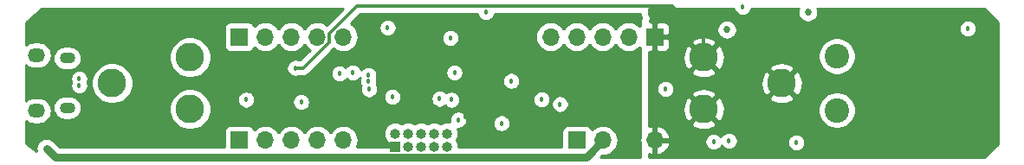
<source format=gbr>
G04 #@! TF.GenerationSoftware,KiCad,Pcbnew,(5.1.4-0-10_14)*
G04 #@! TF.CreationDate,2019-09-17T09:12:07-07:00*
G04 #@! TF.ProjectId,STM32L0xx_18650,53544d33-324c-4307-9878-5f3138363530,rev?*
G04 #@! TF.SameCoordinates,Original*
G04 #@! TF.FileFunction,Copper,L3,Inr*
G04 #@! TF.FilePolarity,Positive*
%FSLAX46Y46*%
G04 Gerber Fmt 4.6, Leading zero omitted, Abs format (unit mm)*
G04 Created by KiCad (PCBNEW (5.1.4-0-10_14)) date 2019-09-17 09:12:07*
%MOMM*%
%LPD*%
G04 APERTURE LIST*
%ADD10C,2.800000*%
%ADD11O,1.700000X1.350000*%
%ADD12O,1.500000X1.100000*%
%ADD13C,2.400000*%
%ADD14R,1.000000X1.000000*%
%ADD15O,1.000000X1.000000*%
%ADD16R,1.700000X1.700000*%
%ADD17O,1.700000X1.700000*%
%ADD18C,0.457200*%
%ADD19C,0.685800*%
%ADD20C,0.781000*%
%ADD21C,0.762000*%
%ADD22C,0.310000*%
%ADD23C,0.254000*%
G04 APERTURE END LIST*
D10*
X74900000Y-97460000D03*
X74900000Y-102540000D03*
X125100000Y-97460000D03*
X125100000Y-102540000D03*
X132720000Y-100000000D03*
X67280000Y-100000000D03*
D11*
X59885000Y-102705000D03*
X59885000Y-97245000D03*
D12*
X62885000Y-102395000D03*
X62885000Y-97555000D03*
D13*
X138100000Y-102650000D03*
X138100000Y-97350000D03*
D14*
X94925000Y-106200000D03*
D15*
X94925000Y-104930000D03*
X96195000Y-106200000D03*
X96195000Y-104930000D03*
X97465000Y-106200000D03*
X97465000Y-104930000D03*
X98735000Y-106200000D03*
X98735000Y-104930000D03*
X100005000Y-106200000D03*
X100005000Y-104930000D03*
D16*
X79700000Y-105600000D03*
D17*
X82240000Y-105600000D03*
X84780000Y-105600000D03*
X87320000Y-105600000D03*
X89860000Y-105600000D03*
D16*
X112700000Y-105600000D03*
D17*
X115240000Y-105600000D03*
X117780000Y-105600000D03*
X120320000Y-105600000D03*
D16*
X120300000Y-95450000D03*
D17*
X117760000Y-95450000D03*
X115220000Y-95450000D03*
X112680000Y-95450000D03*
X110140000Y-95450000D03*
D16*
X79700000Y-95450000D03*
D17*
X82240000Y-95450000D03*
X84780000Y-95450000D03*
X87320000Y-95450000D03*
X89860000Y-95450000D03*
D18*
X121350000Y-100550000D03*
X111050000Y-102050000D03*
X126050000Y-105750000D03*
X134150000Y-105800000D03*
D19*
X135275000Y-93053090D03*
D18*
X110200000Y-93600000D03*
X113800000Y-93600000D03*
X119000000Y-93650000D03*
X150900000Y-94650000D03*
X106625000Y-93575000D03*
D19*
X127350000Y-94750000D03*
D18*
X127550000Y-105625000D03*
X99275000Y-101525000D03*
X94200000Y-94575000D03*
X100450000Y-101625000D03*
X105325000Y-103925000D03*
X106275000Y-99775000D03*
X80362500Y-101612500D03*
X89500000Y-99050000D03*
X85750000Y-101850000D03*
X103800001Y-93050001D03*
X93050000Y-94975000D03*
X128900000Y-92500000D03*
X60850000Y-106375000D03*
X92375000Y-100600000D03*
X94650000Y-101350000D03*
X100725000Y-98975000D03*
X101093577Y-103574632D03*
X64050000Y-99575000D03*
X64050000Y-100225000D03*
X100325000Y-95550000D03*
X109250000Y-101600000D03*
X101825000Y-103287500D03*
X88650000Y-100200000D03*
X85150000Y-98500000D03*
X90800000Y-98950000D03*
X92325000Y-99204011D03*
X92323362Y-99798362D03*
D20*
X62542901Y-107242901D02*
X113597099Y-107242901D01*
D21*
X113597099Y-107242901D02*
X115240000Y-105600000D01*
X61717901Y-107242901D02*
X60850000Y-106375000D01*
X62542901Y-107242901D02*
X61717901Y-107242901D01*
D22*
X125100000Y-97460000D02*
X125100000Y-95480102D01*
X122019898Y-92400000D02*
X94400000Y-92400000D01*
X125100000Y-95480102D02*
X122019898Y-92400000D01*
X85945362Y-98500000D02*
X85150000Y-98500000D01*
X88452001Y-95993361D02*
X85945362Y-98500000D01*
X88452001Y-95182637D02*
X88452001Y-95993361D01*
X91234638Y-92400000D02*
X88452001Y-95182637D01*
X94400000Y-92400000D02*
X91234638Y-92400000D01*
D23*
G36*
X128069587Y-92751903D02*
G01*
X128134687Y-92909068D01*
X128229198Y-93050513D01*
X128349487Y-93170802D01*
X128490932Y-93265313D01*
X128648097Y-93330413D01*
X128814943Y-93363600D01*
X128985057Y-93363600D01*
X129151903Y-93330413D01*
X129309068Y-93265313D01*
X129450513Y-93170802D01*
X129570802Y-93050513D01*
X129665313Y-92909068D01*
X129730413Y-92751903D01*
X129738748Y-92710000D01*
X134358641Y-92710000D01*
X134334680Y-92767847D01*
X134297100Y-92956775D01*
X134297100Y-93149405D01*
X134334680Y-93338333D01*
X134408396Y-93516300D01*
X134515415Y-93676465D01*
X134651625Y-93812675D01*
X134811790Y-93919694D01*
X134989757Y-93993410D01*
X135178685Y-94030990D01*
X135371315Y-94030990D01*
X135560243Y-93993410D01*
X135738210Y-93919694D01*
X135898375Y-93812675D01*
X136034585Y-93676465D01*
X136141604Y-93516300D01*
X136215320Y-93338333D01*
X136252900Y-93149405D01*
X136252900Y-92956775D01*
X136215320Y-92767847D01*
X136191359Y-92710000D01*
X152512925Y-92710000D01*
X153873000Y-94053074D01*
X153873000Y-105947394D01*
X152530394Y-107290000D01*
X119727000Y-107290000D01*
X119727000Y-106954481D01*
X119815901Y-106996825D01*
X119963110Y-107041476D01*
X120193000Y-106920155D01*
X120193000Y-105727000D01*
X120447000Y-105727000D01*
X120447000Y-106920155D01*
X120676890Y-107041476D01*
X120824099Y-106996825D01*
X121086920Y-106871641D01*
X121320269Y-106697588D01*
X121515178Y-106481355D01*
X121664157Y-106231252D01*
X121761481Y-105956891D01*
X121640814Y-105727000D01*
X120447000Y-105727000D01*
X120193000Y-105727000D01*
X120173000Y-105727000D01*
X120173000Y-105664943D01*
X125186400Y-105664943D01*
X125186400Y-105835057D01*
X125219587Y-106001903D01*
X125284687Y-106159068D01*
X125379198Y-106300513D01*
X125499487Y-106420802D01*
X125640932Y-106515313D01*
X125798097Y-106580413D01*
X125964943Y-106613600D01*
X126135057Y-106613600D01*
X126301903Y-106580413D01*
X126459068Y-106515313D01*
X126600513Y-106420802D01*
X126720802Y-106300513D01*
X126815313Y-106159068D01*
X126835556Y-106110198D01*
X126879198Y-106175513D01*
X126999487Y-106295802D01*
X127140932Y-106390313D01*
X127298097Y-106455413D01*
X127464943Y-106488600D01*
X127635057Y-106488600D01*
X127801903Y-106455413D01*
X127959068Y-106390313D01*
X128100513Y-106295802D01*
X128220802Y-106175513D01*
X128315313Y-106034068D01*
X128380413Y-105876903D01*
X128412628Y-105714943D01*
X133286400Y-105714943D01*
X133286400Y-105885057D01*
X133319587Y-106051903D01*
X133384687Y-106209068D01*
X133479198Y-106350513D01*
X133599487Y-106470802D01*
X133740932Y-106565313D01*
X133898097Y-106630413D01*
X134064943Y-106663600D01*
X134235057Y-106663600D01*
X134401903Y-106630413D01*
X134559068Y-106565313D01*
X134700513Y-106470802D01*
X134820802Y-106350513D01*
X134915313Y-106209068D01*
X134980413Y-106051903D01*
X135013600Y-105885057D01*
X135013600Y-105714943D01*
X134980413Y-105548097D01*
X134915313Y-105390932D01*
X134820802Y-105249487D01*
X134700513Y-105129198D01*
X134559068Y-105034687D01*
X134401903Y-104969587D01*
X134235057Y-104936400D01*
X134064943Y-104936400D01*
X133898097Y-104969587D01*
X133740932Y-105034687D01*
X133599487Y-105129198D01*
X133479198Y-105249487D01*
X133384687Y-105390932D01*
X133319587Y-105548097D01*
X133286400Y-105714943D01*
X128412628Y-105714943D01*
X128413600Y-105710057D01*
X128413600Y-105539943D01*
X128380413Y-105373097D01*
X128315313Y-105215932D01*
X128220802Y-105074487D01*
X128100513Y-104954198D01*
X127959068Y-104859687D01*
X127801903Y-104794587D01*
X127635057Y-104761400D01*
X127464943Y-104761400D01*
X127298097Y-104794587D01*
X127140932Y-104859687D01*
X126999487Y-104954198D01*
X126879198Y-105074487D01*
X126784687Y-105215932D01*
X126764444Y-105264802D01*
X126720802Y-105199487D01*
X126600513Y-105079198D01*
X126459068Y-104984687D01*
X126301903Y-104919587D01*
X126135057Y-104886400D01*
X125964943Y-104886400D01*
X125798097Y-104919587D01*
X125640932Y-104984687D01*
X125499487Y-105079198D01*
X125379198Y-105199487D01*
X125284687Y-105340932D01*
X125219587Y-105498097D01*
X125186400Y-105664943D01*
X120173000Y-105664943D01*
X120173000Y-105473000D01*
X120193000Y-105473000D01*
X120193000Y-104279845D01*
X120447000Y-104279845D01*
X120447000Y-105473000D01*
X121640814Y-105473000D01*
X121761481Y-105243109D01*
X121664157Y-104968748D01*
X121515178Y-104718645D01*
X121320269Y-104502412D01*
X121086920Y-104328359D01*
X120824099Y-104203175D01*
X120676890Y-104158524D01*
X120447000Y-104279845D01*
X120193000Y-104279845D01*
X119963110Y-104158524D01*
X119815901Y-104203175D01*
X119727000Y-104245519D01*
X119727000Y-103960447D01*
X123859158Y-103960447D01*
X124003135Y-104265770D01*
X124360892Y-104446597D01*
X124747053Y-104554155D01*
X125146777Y-104584310D01*
X125544704Y-104535904D01*
X125925540Y-104410795D01*
X126196865Y-104265770D01*
X126340842Y-103960447D01*
X125100000Y-102719605D01*
X123859158Y-103960447D01*
X119727000Y-103960447D01*
X119727000Y-102586777D01*
X123055690Y-102586777D01*
X123104096Y-102984704D01*
X123229205Y-103365540D01*
X123374230Y-103636865D01*
X123679553Y-103780842D01*
X124920395Y-102540000D01*
X125279605Y-102540000D01*
X126520447Y-103780842D01*
X126825770Y-103636865D01*
X127006597Y-103279108D01*
X127114155Y-102892947D01*
X127144310Y-102493223D01*
X127141396Y-102469268D01*
X136265000Y-102469268D01*
X136265000Y-102830732D01*
X136335518Y-103185250D01*
X136473844Y-103519199D01*
X136674662Y-103819744D01*
X136930256Y-104075338D01*
X137230801Y-104276156D01*
X137564750Y-104414482D01*
X137919268Y-104485000D01*
X138280732Y-104485000D01*
X138635250Y-104414482D01*
X138969199Y-104276156D01*
X139269744Y-104075338D01*
X139525338Y-103819744D01*
X139726156Y-103519199D01*
X139864482Y-103185250D01*
X139935000Y-102830732D01*
X139935000Y-102469268D01*
X139864482Y-102114750D01*
X139726156Y-101780801D01*
X139525338Y-101480256D01*
X139269744Y-101224662D01*
X138969199Y-101023844D01*
X138635250Y-100885518D01*
X138280732Y-100815000D01*
X137919268Y-100815000D01*
X137564750Y-100885518D01*
X137230801Y-101023844D01*
X136930256Y-101224662D01*
X136674662Y-101480256D01*
X136473844Y-101780801D01*
X136335518Y-102114750D01*
X136265000Y-102469268D01*
X127141396Y-102469268D01*
X127095904Y-102095296D01*
X126970795Y-101714460D01*
X126825770Y-101443135D01*
X126777657Y-101420447D01*
X131479158Y-101420447D01*
X131623135Y-101725770D01*
X131980892Y-101906597D01*
X132367053Y-102014155D01*
X132766777Y-102044310D01*
X133164704Y-101995904D01*
X133545540Y-101870795D01*
X133816865Y-101725770D01*
X133960842Y-101420447D01*
X132720000Y-100179605D01*
X131479158Y-101420447D01*
X126777657Y-101420447D01*
X126520447Y-101299158D01*
X125279605Y-102540000D01*
X124920395Y-102540000D01*
X123679553Y-101299158D01*
X123374230Y-101443135D01*
X123193403Y-101800892D01*
X123085845Y-102187053D01*
X123055690Y-102586777D01*
X119727000Y-102586777D01*
X119727000Y-100464943D01*
X120486400Y-100464943D01*
X120486400Y-100635057D01*
X120519587Y-100801903D01*
X120584687Y-100959068D01*
X120679198Y-101100513D01*
X120799487Y-101220802D01*
X120940932Y-101315313D01*
X121098097Y-101380413D01*
X121264943Y-101413600D01*
X121435057Y-101413600D01*
X121601903Y-101380413D01*
X121759068Y-101315313D01*
X121900513Y-101220802D01*
X122001762Y-101119553D01*
X123859158Y-101119553D01*
X125100000Y-102360395D01*
X126340842Y-101119553D01*
X126196865Y-100814230D01*
X125839108Y-100633403D01*
X125452947Y-100525845D01*
X125053223Y-100495690D01*
X124655296Y-100544096D01*
X124274460Y-100669205D01*
X124003135Y-100814230D01*
X123859158Y-101119553D01*
X122001762Y-101119553D01*
X122020802Y-101100513D01*
X122115313Y-100959068D01*
X122180413Y-100801903D01*
X122213600Y-100635057D01*
X122213600Y-100464943D01*
X122180413Y-100298097D01*
X122115313Y-100140932D01*
X122052401Y-100046777D01*
X130675690Y-100046777D01*
X130724096Y-100444704D01*
X130849205Y-100825540D01*
X130994230Y-101096865D01*
X131299553Y-101240842D01*
X132540395Y-100000000D01*
X132899605Y-100000000D01*
X134140447Y-101240842D01*
X134445770Y-101096865D01*
X134626597Y-100739108D01*
X134734155Y-100352947D01*
X134764310Y-99953223D01*
X134715904Y-99555296D01*
X134590795Y-99174460D01*
X134445770Y-98903135D01*
X134140447Y-98759158D01*
X132899605Y-100000000D01*
X132540395Y-100000000D01*
X131299553Y-98759158D01*
X130994230Y-98903135D01*
X130813403Y-99260892D01*
X130705845Y-99647053D01*
X130675690Y-100046777D01*
X122052401Y-100046777D01*
X122020802Y-99999487D01*
X121900513Y-99879198D01*
X121759068Y-99784687D01*
X121601903Y-99719587D01*
X121435057Y-99686400D01*
X121264943Y-99686400D01*
X121098097Y-99719587D01*
X120940932Y-99784687D01*
X120799487Y-99879198D01*
X120679198Y-99999487D01*
X120584687Y-100140932D01*
X120519587Y-100298097D01*
X120486400Y-100464943D01*
X119727000Y-100464943D01*
X119727000Y-98880447D01*
X123859158Y-98880447D01*
X124003135Y-99185770D01*
X124360892Y-99366597D01*
X124747053Y-99474155D01*
X125146777Y-99504310D01*
X125544704Y-99455904D01*
X125925540Y-99330795D01*
X126196865Y-99185770D01*
X126340842Y-98880447D01*
X125100000Y-97639605D01*
X123859158Y-98880447D01*
X119727000Y-98880447D01*
X119727000Y-97506777D01*
X123055690Y-97506777D01*
X123104096Y-97904704D01*
X123229205Y-98285540D01*
X123374230Y-98556865D01*
X123679553Y-98700842D01*
X124920395Y-97460000D01*
X125279605Y-97460000D01*
X126520447Y-98700842D01*
X126777656Y-98579553D01*
X131479158Y-98579553D01*
X132720000Y-99820395D01*
X133960842Y-98579553D01*
X133816865Y-98274230D01*
X133459108Y-98093403D01*
X133072947Y-97985845D01*
X132673223Y-97955690D01*
X132275296Y-98004096D01*
X131894460Y-98129205D01*
X131623135Y-98274230D01*
X131479158Y-98579553D01*
X126777656Y-98579553D01*
X126825770Y-98556865D01*
X127006597Y-98199108D01*
X127114155Y-97812947D01*
X127144310Y-97413223D01*
X127114634Y-97169268D01*
X136265000Y-97169268D01*
X136265000Y-97530732D01*
X136335518Y-97885250D01*
X136473844Y-98219199D01*
X136674662Y-98519744D01*
X136930256Y-98775338D01*
X137230801Y-98976156D01*
X137564750Y-99114482D01*
X137919268Y-99185000D01*
X138280732Y-99185000D01*
X138635250Y-99114482D01*
X138969199Y-98976156D01*
X139269744Y-98775338D01*
X139525338Y-98519744D01*
X139726156Y-98219199D01*
X139864482Y-97885250D01*
X139935000Y-97530732D01*
X139935000Y-97169268D01*
X139864482Y-96814750D01*
X139726156Y-96480801D01*
X139525338Y-96180256D01*
X139269744Y-95924662D01*
X138969199Y-95723844D01*
X138635250Y-95585518D01*
X138280732Y-95515000D01*
X137919268Y-95515000D01*
X137564750Y-95585518D01*
X137230801Y-95723844D01*
X136930256Y-95924662D01*
X136674662Y-96180256D01*
X136473844Y-96480801D01*
X136335518Y-96814750D01*
X136265000Y-97169268D01*
X127114634Y-97169268D01*
X127095904Y-97015296D01*
X126970795Y-96634460D01*
X126825770Y-96363135D01*
X126520447Y-96219158D01*
X125279605Y-97460000D01*
X124920395Y-97460000D01*
X123679553Y-96219158D01*
X123374230Y-96363135D01*
X123193403Y-96720892D01*
X123085845Y-97107053D01*
X123055690Y-97506777D01*
X119727000Y-97506777D01*
X119727000Y-96936564D01*
X120014250Y-96935000D01*
X120173000Y-96776250D01*
X120173000Y-95577000D01*
X120427000Y-95577000D01*
X120427000Y-96776250D01*
X120585750Y-96935000D01*
X121150000Y-96938072D01*
X121274482Y-96925812D01*
X121394180Y-96889502D01*
X121504494Y-96830537D01*
X121601185Y-96751185D01*
X121680537Y-96654494D01*
X121739502Y-96544180D01*
X121775812Y-96424482D01*
X121788072Y-96300000D01*
X121786655Y-96039553D01*
X123859158Y-96039553D01*
X125100000Y-97280395D01*
X126340842Y-96039553D01*
X126196865Y-95734230D01*
X125839108Y-95553403D01*
X125452947Y-95445845D01*
X125053223Y-95415690D01*
X124655296Y-95464096D01*
X124274460Y-95589205D01*
X124003135Y-95734230D01*
X123859158Y-96039553D01*
X121786655Y-96039553D01*
X121785000Y-95735750D01*
X121626250Y-95577000D01*
X120427000Y-95577000D01*
X120173000Y-95577000D01*
X120153000Y-95577000D01*
X120153000Y-95323000D01*
X120173000Y-95323000D01*
X120173000Y-94123750D01*
X120427000Y-94123750D01*
X120427000Y-95323000D01*
X121626250Y-95323000D01*
X121785000Y-95164250D01*
X121787779Y-94653685D01*
X126372100Y-94653685D01*
X126372100Y-94846315D01*
X126409680Y-95035243D01*
X126483396Y-95213210D01*
X126590415Y-95373375D01*
X126726625Y-95509585D01*
X126886790Y-95616604D01*
X127064757Y-95690320D01*
X127253685Y-95727900D01*
X127446315Y-95727900D01*
X127635243Y-95690320D01*
X127813210Y-95616604D01*
X127973375Y-95509585D01*
X128109585Y-95373375D01*
X128216604Y-95213210D01*
X128290320Y-95035243D01*
X128327900Y-94846315D01*
X128327900Y-94653685D01*
X128310249Y-94564943D01*
X150036400Y-94564943D01*
X150036400Y-94735057D01*
X150069587Y-94901903D01*
X150134687Y-95059068D01*
X150229198Y-95200513D01*
X150349487Y-95320802D01*
X150490932Y-95415313D01*
X150648097Y-95480413D01*
X150814943Y-95513600D01*
X150985057Y-95513600D01*
X151151903Y-95480413D01*
X151309068Y-95415313D01*
X151450513Y-95320802D01*
X151570802Y-95200513D01*
X151665313Y-95059068D01*
X151730413Y-94901903D01*
X151763600Y-94735057D01*
X151763600Y-94564943D01*
X151730413Y-94398097D01*
X151665313Y-94240932D01*
X151570802Y-94099487D01*
X151450513Y-93979198D01*
X151309068Y-93884687D01*
X151151903Y-93819587D01*
X150985057Y-93786400D01*
X150814943Y-93786400D01*
X150648097Y-93819587D01*
X150490932Y-93884687D01*
X150349487Y-93979198D01*
X150229198Y-94099487D01*
X150134687Y-94240932D01*
X150069587Y-94398097D01*
X150036400Y-94564943D01*
X128310249Y-94564943D01*
X128290320Y-94464757D01*
X128216604Y-94286790D01*
X128109585Y-94126625D01*
X127973375Y-93990415D01*
X127813210Y-93883396D01*
X127635243Y-93809680D01*
X127446315Y-93772100D01*
X127253685Y-93772100D01*
X127064757Y-93809680D01*
X126886790Y-93883396D01*
X126726625Y-93990415D01*
X126590415Y-94126625D01*
X126483396Y-94286790D01*
X126409680Y-94464757D01*
X126372100Y-94653685D01*
X121787779Y-94653685D01*
X121788072Y-94600000D01*
X121775812Y-94475518D01*
X121739502Y-94355820D01*
X121680537Y-94245506D01*
X121601185Y-94148815D01*
X121504494Y-94069463D01*
X121394180Y-94010498D01*
X121274482Y-93974188D01*
X121150000Y-93961928D01*
X120585750Y-93965000D01*
X120427000Y-94123750D01*
X120173000Y-94123750D01*
X120014250Y-93965000D01*
X119804750Y-93963859D01*
X119830413Y-93901903D01*
X119863600Y-93735057D01*
X119863600Y-93564943D01*
X119830413Y-93398097D01*
X119765313Y-93240932D01*
X119727000Y-93183593D01*
X119727000Y-92710000D01*
X128061252Y-92710000D01*
X128069587Y-92751903D01*
X128069587Y-92751903D01*
G37*
X128069587Y-92751903D02*
X128134687Y-92909068D01*
X128229198Y-93050513D01*
X128349487Y-93170802D01*
X128490932Y-93265313D01*
X128648097Y-93330413D01*
X128814943Y-93363600D01*
X128985057Y-93363600D01*
X129151903Y-93330413D01*
X129309068Y-93265313D01*
X129450513Y-93170802D01*
X129570802Y-93050513D01*
X129665313Y-92909068D01*
X129730413Y-92751903D01*
X129738748Y-92710000D01*
X134358641Y-92710000D01*
X134334680Y-92767847D01*
X134297100Y-92956775D01*
X134297100Y-93149405D01*
X134334680Y-93338333D01*
X134408396Y-93516300D01*
X134515415Y-93676465D01*
X134651625Y-93812675D01*
X134811790Y-93919694D01*
X134989757Y-93993410D01*
X135178685Y-94030990D01*
X135371315Y-94030990D01*
X135560243Y-93993410D01*
X135738210Y-93919694D01*
X135898375Y-93812675D01*
X136034585Y-93676465D01*
X136141604Y-93516300D01*
X136215320Y-93338333D01*
X136252900Y-93149405D01*
X136252900Y-92956775D01*
X136215320Y-92767847D01*
X136191359Y-92710000D01*
X152512925Y-92710000D01*
X153873000Y-94053074D01*
X153873000Y-105947394D01*
X152530394Y-107290000D01*
X119727000Y-107290000D01*
X119727000Y-106954481D01*
X119815901Y-106996825D01*
X119963110Y-107041476D01*
X120193000Y-106920155D01*
X120193000Y-105727000D01*
X120447000Y-105727000D01*
X120447000Y-106920155D01*
X120676890Y-107041476D01*
X120824099Y-106996825D01*
X121086920Y-106871641D01*
X121320269Y-106697588D01*
X121515178Y-106481355D01*
X121664157Y-106231252D01*
X121761481Y-105956891D01*
X121640814Y-105727000D01*
X120447000Y-105727000D01*
X120193000Y-105727000D01*
X120173000Y-105727000D01*
X120173000Y-105664943D01*
X125186400Y-105664943D01*
X125186400Y-105835057D01*
X125219587Y-106001903D01*
X125284687Y-106159068D01*
X125379198Y-106300513D01*
X125499487Y-106420802D01*
X125640932Y-106515313D01*
X125798097Y-106580413D01*
X125964943Y-106613600D01*
X126135057Y-106613600D01*
X126301903Y-106580413D01*
X126459068Y-106515313D01*
X126600513Y-106420802D01*
X126720802Y-106300513D01*
X126815313Y-106159068D01*
X126835556Y-106110198D01*
X126879198Y-106175513D01*
X126999487Y-106295802D01*
X127140932Y-106390313D01*
X127298097Y-106455413D01*
X127464943Y-106488600D01*
X127635057Y-106488600D01*
X127801903Y-106455413D01*
X127959068Y-106390313D01*
X128100513Y-106295802D01*
X128220802Y-106175513D01*
X128315313Y-106034068D01*
X128380413Y-105876903D01*
X128412628Y-105714943D01*
X133286400Y-105714943D01*
X133286400Y-105885057D01*
X133319587Y-106051903D01*
X133384687Y-106209068D01*
X133479198Y-106350513D01*
X133599487Y-106470802D01*
X133740932Y-106565313D01*
X133898097Y-106630413D01*
X134064943Y-106663600D01*
X134235057Y-106663600D01*
X134401903Y-106630413D01*
X134559068Y-106565313D01*
X134700513Y-106470802D01*
X134820802Y-106350513D01*
X134915313Y-106209068D01*
X134980413Y-106051903D01*
X135013600Y-105885057D01*
X135013600Y-105714943D01*
X134980413Y-105548097D01*
X134915313Y-105390932D01*
X134820802Y-105249487D01*
X134700513Y-105129198D01*
X134559068Y-105034687D01*
X134401903Y-104969587D01*
X134235057Y-104936400D01*
X134064943Y-104936400D01*
X133898097Y-104969587D01*
X133740932Y-105034687D01*
X133599487Y-105129198D01*
X133479198Y-105249487D01*
X133384687Y-105390932D01*
X133319587Y-105548097D01*
X133286400Y-105714943D01*
X128412628Y-105714943D01*
X128413600Y-105710057D01*
X128413600Y-105539943D01*
X128380413Y-105373097D01*
X128315313Y-105215932D01*
X128220802Y-105074487D01*
X128100513Y-104954198D01*
X127959068Y-104859687D01*
X127801903Y-104794587D01*
X127635057Y-104761400D01*
X127464943Y-104761400D01*
X127298097Y-104794587D01*
X127140932Y-104859687D01*
X126999487Y-104954198D01*
X126879198Y-105074487D01*
X126784687Y-105215932D01*
X126764444Y-105264802D01*
X126720802Y-105199487D01*
X126600513Y-105079198D01*
X126459068Y-104984687D01*
X126301903Y-104919587D01*
X126135057Y-104886400D01*
X125964943Y-104886400D01*
X125798097Y-104919587D01*
X125640932Y-104984687D01*
X125499487Y-105079198D01*
X125379198Y-105199487D01*
X125284687Y-105340932D01*
X125219587Y-105498097D01*
X125186400Y-105664943D01*
X120173000Y-105664943D01*
X120173000Y-105473000D01*
X120193000Y-105473000D01*
X120193000Y-104279845D01*
X120447000Y-104279845D01*
X120447000Y-105473000D01*
X121640814Y-105473000D01*
X121761481Y-105243109D01*
X121664157Y-104968748D01*
X121515178Y-104718645D01*
X121320269Y-104502412D01*
X121086920Y-104328359D01*
X120824099Y-104203175D01*
X120676890Y-104158524D01*
X120447000Y-104279845D01*
X120193000Y-104279845D01*
X119963110Y-104158524D01*
X119815901Y-104203175D01*
X119727000Y-104245519D01*
X119727000Y-103960447D01*
X123859158Y-103960447D01*
X124003135Y-104265770D01*
X124360892Y-104446597D01*
X124747053Y-104554155D01*
X125146777Y-104584310D01*
X125544704Y-104535904D01*
X125925540Y-104410795D01*
X126196865Y-104265770D01*
X126340842Y-103960447D01*
X125100000Y-102719605D01*
X123859158Y-103960447D01*
X119727000Y-103960447D01*
X119727000Y-102586777D01*
X123055690Y-102586777D01*
X123104096Y-102984704D01*
X123229205Y-103365540D01*
X123374230Y-103636865D01*
X123679553Y-103780842D01*
X124920395Y-102540000D01*
X125279605Y-102540000D01*
X126520447Y-103780842D01*
X126825770Y-103636865D01*
X127006597Y-103279108D01*
X127114155Y-102892947D01*
X127144310Y-102493223D01*
X127141396Y-102469268D01*
X136265000Y-102469268D01*
X136265000Y-102830732D01*
X136335518Y-103185250D01*
X136473844Y-103519199D01*
X136674662Y-103819744D01*
X136930256Y-104075338D01*
X137230801Y-104276156D01*
X137564750Y-104414482D01*
X137919268Y-104485000D01*
X138280732Y-104485000D01*
X138635250Y-104414482D01*
X138969199Y-104276156D01*
X139269744Y-104075338D01*
X139525338Y-103819744D01*
X139726156Y-103519199D01*
X139864482Y-103185250D01*
X139935000Y-102830732D01*
X139935000Y-102469268D01*
X139864482Y-102114750D01*
X139726156Y-101780801D01*
X139525338Y-101480256D01*
X139269744Y-101224662D01*
X138969199Y-101023844D01*
X138635250Y-100885518D01*
X138280732Y-100815000D01*
X137919268Y-100815000D01*
X137564750Y-100885518D01*
X137230801Y-101023844D01*
X136930256Y-101224662D01*
X136674662Y-101480256D01*
X136473844Y-101780801D01*
X136335518Y-102114750D01*
X136265000Y-102469268D01*
X127141396Y-102469268D01*
X127095904Y-102095296D01*
X126970795Y-101714460D01*
X126825770Y-101443135D01*
X126777657Y-101420447D01*
X131479158Y-101420447D01*
X131623135Y-101725770D01*
X131980892Y-101906597D01*
X132367053Y-102014155D01*
X132766777Y-102044310D01*
X133164704Y-101995904D01*
X133545540Y-101870795D01*
X133816865Y-101725770D01*
X133960842Y-101420447D01*
X132720000Y-100179605D01*
X131479158Y-101420447D01*
X126777657Y-101420447D01*
X126520447Y-101299158D01*
X125279605Y-102540000D01*
X124920395Y-102540000D01*
X123679553Y-101299158D01*
X123374230Y-101443135D01*
X123193403Y-101800892D01*
X123085845Y-102187053D01*
X123055690Y-102586777D01*
X119727000Y-102586777D01*
X119727000Y-100464943D01*
X120486400Y-100464943D01*
X120486400Y-100635057D01*
X120519587Y-100801903D01*
X120584687Y-100959068D01*
X120679198Y-101100513D01*
X120799487Y-101220802D01*
X120940932Y-101315313D01*
X121098097Y-101380413D01*
X121264943Y-101413600D01*
X121435057Y-101413600D01*
X121601903Y-101380413D01*
X121759068Y-101315313D01*
X121900513Y-101220802D01*
X122001762Y-101119553D01*
X123859158Y-101119553D01*
X125100000Y-102360395D01*
X126340842Y-101119553D01*
X126196865Y-100814230D01*
X125839108Y-100633403D01*
X125452947Y-100525845D01*
X125053223Y-100495690D01*
X124655296Y-100544096D01*
X124274460Y-100669205D01*
X124003135Y-100814230D01*
X123859158Y-101119553D01*
X122001762Y-101119553D01*
X122020802Y-101100513D01*
X122115313Y-100959068D01*
X122180413Y-100801903D01*
X122213600Y-100635057D01*
X122213600Y-100464943D01*
X122180413Y-100298097D01*
X122115313Y-100140932D01*
X122052401Y-100046777D01*
X130675690Y-100046777D01*
X130724096Y-100444704D01*
X130849205Y-100825540D01*
X130994230Y-101096865D01*
X131299553Y-101240842D01*
X132540395Y-100000000D01*
X132899605Y-100000000D01*
X134140447Y-101240842D01*
X134445770Y-101096865D01*
X134626597Y-100739108D01*
X134734155Y-100352947D01*
X134764310Y-99953223D01*
X134715904Y-99555296D01*
X134590795Y-99174460D01*
X134445770Y-98903135D01*
X134140447Y-98759158D01*
X132899605Y-100000000D01*
X132540395Y-100000000D01*
X131299553Y-98759158D01*
X130994230Y-98903135D01*
X130813403Y-99260892D01*
X130705845Y-99647053D01*
X130675690Y-100046777D01*
X122052401Y-100046777D01*
X122020802Y-99999487D01*
X121900513Y-99879198D01*
X121759068Y-99784687D01*
X121601903Y-99719587D01*
X121435057Y-99686400D01*
X121264943Y-99686400D01*
X121098097Y-99719587D01*
X120940932Y-99784687D01*
X120799487Y-99879198D01*
X120679198Y-99999487D01*
X120584687Y-100140932D01*
X120519587Y-100298097D01*
X120486400Y-100464943D01*
X119727000Y-100464943D01*
X119727000Y-98880447D01*
X123859158Y-98880447D01*
X124003135Y-99185770D01*
X124360892Y-99366597D01*
X124747053Y-99474155D01*
X125146777Y-99504310D01*
X125544704Y-99455904D01*
X125925540Y-99330795D01*
X126196865Y-99185770D01*
X126340842Y-98880447D01*
X125100000Y-97639605D01*
X123859158Y-98880447D01*
X119727000Y-98880447D01*
X119727000Y-97506777D01*
X123055690Y-97506777D01*
X123104096Y-97904704D01*
X123229205Y-98285540D01*
X123374230Y-98556865D01*
X123679553Y-98700842D01*
X124920395Y-97460000D01*
X125279605Y-97460000D01*
X126520447Y-98700842D01*
X126777656Y-98579553D01*
X131479158Y-98579553D01*
X132720000Y-99820395D01*
X133960842Y-98579553D01*
X133816865Y-98274230D01*
X133459108Y-98093403D01*
X133072947Y-97985845D01*
X132673223Y-97955690D01*
X132275296Y-98004096D01*
X131894460Y-98129205D01*
X131623135Y-98274230D01*
X131479158Y-98579553D01*
X126777656Y-98579553D01*
X126825770Y-98556865D01*
X127006597Y-98199108D01*
X127114155Y-97812947D01*
X127144310Y-97413223D01*
X127114634Y-97169268D01*
X136265000Y-97169268D01*
X136265000Y-97530732D01*
X136335518Y-97885250D01*
X136473844Y-98219199D01*
X136674662Y-98519744D01*
X136930256Y-98775338D01*
X137230801Y-98976156D01*
X137564750Y-99114482D01*
X137919268Y-99185000D01*
X138280732Y-99185000D01*
X138635250Y-99114482D01*
X138969199Y-98976156D01*
X139269744Y-98775338D01*
X139525338Y-98519744D01*
X139726156Y-98219199D01*
X139864482Y-97885250D01*
X139935000Y-97530732D01*
X139935000Y-97169268D01*
X139864482Y-96814750D01*
X139726156Y-96480801D01*
X139525338Y-96180256D01*
X139269744Y-95924662D01*
X138969199Y-95723844D01*
X138635250Y-95585518D01*
X138280732Y-95515000D01*
X137919268Y-95515000D01*
X137564750Y-95585518D01*
X137230801Y-95723844D01*
X136930256Y-95924662D01*
X136674662Y-96180256D01*
X136473844Y-96480801D01*
X136335518Y-96814750D01*
X136265000Y-97169268D01*
X127114634Y-97169268D01*
X127095904Y-97015296D01*
X126970795Y-96634460D01*
X126825770Y-96363135D01*
X126520447Y-96219158D01*
X125279605Y-97460000D01*
X124920395Y-97460000D01*
X123679553Y-96219158D01*
X123374230Y-96363135D01*
X123193403Y-96720892D01*
X123085845Y-97107053D01*
X123055690Y-97506777D01*
X119727000Y-97506777D01*
X119727000Y-96936564D01*
X120014250Y-96935000D01*
X120173000Y-96776250D01*
X120173000Y-95577000D01*
X120427000Y-95577000D01*
X120427000Y-96776250D01*
X120585750Y-96935000D01*
X121150000Y-96938072D01*
X121274482Y-96925812D01*
X121394180Y-96889502D01*
X121504494Y-96830537D01*
X121601185Y-96751185D01*
X121680537Y-96654494D01*
X121739502Y-96544180D01*
X121775812Y-96424482D01*
X121788072Y-96300000D01*
X121786655Y-96039553D01*
X123859158Y-96039553D01*
X125100000Y-97280395D01*
X126340842Y-96039553D01*
X126196865Y-95734230D01*
X125839108Y-95553403D01*
X125452947Y-95445845D01*
X125053223Y-95415690D01*
X124655296Y-95464096D01*
X124274460Y-95589205D01*
X124003135Y-95734230D01*
X123859158Y-96039553D01*
X121786655Y-96039553D01*
X121785000Y-95735750D01*
X121626250Y-95577000D01*
X120427000Y-95577000D01*
X120173000Y-95577000D01*
X120153000Y-95577000D01*
X120153000Y-95323000D01*
X120173000Y-95323000D01*
X120173000Y-94123750D01*
X120427000Y-94123750D01*
X120427000Y-95323000D01*
X121626250Y-95323000D01*
X121785000Y-95164250D01*
X121787779Y-94653685D01*
X126372100Y-94653685D01*
X126372100Y-94846315D01*
X126409680Y-95035243D01*
X126483396Y-95213210D01*
X126590415Y-95373375D01*
X126726625Y-95509585D01*
X126886790Y-95616604D01*
X127064757Y-95690320D01*
X127253685Y-95727900D01*
X127446315Y-95727900D01*
X127635243Y-95690320D01*
X127813210Y-95616604D01*
X127973375Y-95509585D01*
X128109585Y-95373375D01*
X128216604Y-95213210D01*
X128290320Y-95035243D01*
X128327900Y-94846315D01*
X128327900Y-94653685D01*
X128310249Y-94564943D01*
X150036400Y-94564943D01*
X150036400Y-94735057D01*
X150069587Y-94901903D01*
X150134687Y-95059068D01*
X150229198Y-95200513D01*
X150349487Y-95320802D01*
X150490932Y-95415313D01*
X150648097Y-95480413D01*
X150814943Y-95513600D01*
X150985057Y-95513600D01*
X151151903Y-95480413D01*
X151309068Y-95415313D01*
X151450513Y-95320802D01*
X151570802Y-95200513D01*
X151665313Y-95059068D01*
X151730413Y-94901903D01*
X151763600Y-94735057D01*
X151763600Y-94564943D01*
X151730413Y-94398097D01*
X151665313Y-94240932D01*
X151570802Y-94099487D01*
X151450513Y-93979198D01*
X151309068Y-93884687D01*
X151151903Y-93819587D01*
X150985057Y-93786400D01*
X150814943Y-93786400D01*
X150648097Y-93819587D01*
X150490932Y-93884687D01*
X150349487Y-93979198D01*
X150229198Y-94099487D01*
X150134687Y-94240932D01*
X150069587Y-94398097D01*
X150036400Y-94564943D01*
X128310249Y-94564943D01*
X128290320Y-94464757D01*
X128216604Y-94286790D01*
X128109585Y-94126625D01*
X127973375Y-93990415D01*
X127813210Y-93883396D01*
X127635243Y-93809680D01*
X127446315Y-93772100D01*
X127253685Y-93772100D01*
X127064757Y-93809680D01*
X126886790Y-93883396D01*
X126726625Y-93990415D01*
X126590415Y-94126625D01*
X126483396Y-94286790D01*
X126409680Y-94464757D01*
X126372100Y-94653685D01*
X121787779Y-94653685D01*
X121788072Y-94600000D01*
X121775812Y-94475518D01*
X121739502Y-94355820D01*
X121680537Y-94245506D01*
X121601185Y-94148815D01*
X121504494Y-94069463D01*
X121394180Y-94010498D01*
X121274482Y-93974188D01*
X121150000Y-93961928D01*
X120585750Y-93965000D01*
X120427000Y-94123750D01*
X120173000Y-94123750D01*
X120014250Y-93965000D01*
X119804750Y-93963859D01*
X119830413Y-93901903D01*
X119863600Y-93735057D01*
X119863600Y-93564943D01*
X119830413Y-93398097D01*
X119765313Y-93240932D01*
X119727000Y-93183593D01*
X119727000Y-92710000D01*
X128061252Y-92710000D01*
X128069587Y-92751903D01*
G36*
X88236400Y-94281010D02*
G01*
X88149014Y-94209294D01*
X87891034Y-94071401D01*
X87611111Y-93986487D01*
X87392950Y-93965000D01*
X87247050Y-93965000D01*
X87028889Y-93986487D01*
X86748966Y-94071401D01*
X86490986Y-94209294D01*
X86264866Y-94394866D01*
X86079294Y-94620986D01*
X86050000Y-94675791D01*
X86020706Y-94620986D01*
X85835134Y-94394866D01*
X85609014Y-94209294D01*
X85351034Y-94071401D01*
X85071111Y-93986487D01*
X84852950Y-93965000D01*
X84707050Y-93965000D01*
X84488889Y-93986487D01*
X84208966Y-94071401D01*
X83950986Y-94209294D01*
X83724866Y-94394866D01*
X83539294Y-94620986D01*
X83510000Y-94675791D01*
X83480706Y-94620986D01*
X83295134Y-94394866D01*
X83069014Y-94209294D01*
X82811034Y-94071401D01*
X82531111Y-93986487D01*
X82312950Y-93965000D01*
X82167050Y-93965000D01*
X81948889Y-93986487D01*
X81668966Y-94071401D01*
X81410986Y-94209294D01*
X81184866Y-94394866D01*
X81160393Y-94424687D01*
X81139502Y-94355820D01*
X81080537Y-94245506D01*
X81001185Y-94148815D01*
X80904494Y-94069463D01*
X80794180Y-94010498D01*
X80674482Y-93974188D01*
X80550000Y-93961928D01*
X78850000Y-93961928D01*
X78725518Y-93974188D01*
X78605820Y-94010498D01*
X78495506Y-94069463D01*
X78398815Y-94148815D01*
X78319463Y-94245506D01*
X78260498Y-94355820D01*
X78224188Y-94475518D01*
X78211928Y-94600000D01*
X78211928Y-96300000D01*
X78224188Y-96424482D01*
X78260498Y-96544180D01*
X78319463Y-96654494D01*
X78398815Y-96751185D01*
X78495506Y-96830537D01*
X78605820Y-96889502D01*
X78725518Y-96925812D01*
X78850000Y-96938072D01*
X80550000Y-96938072D01*
X80674482Y-96925812D01*
X80794180Y-96889502D01*
X80904494Y-96830537D01*
X81001185Y-96751185D01*
X81080537Y-96654494D01*
X81139502Y-96544180D01*
X81160393Y-96475313D01*
X81184866Y-96505134D01*
X81410986Y-96690706D01*
X81668966Y-96828599D01*
X81948889Y-96913513D01*
X82167050Y-96935000D01*
X82312950Y-96935000D01*
X82531111Y-96913513D01*
X82811034Y-96828599D01*
X83069014Y-96690706D01*
X83295134Y-96505134D01*
X83480706Y-96279014D01*
X83510000Y-96224209D01*
X83539294Y-96279014D01*
X83724866Y-96505134D01*
X83950986Y-96690706D01*
X84208966Y-96828599D01*
X84488889Y-96913513D01*
X84707050Y-96935000D01*
X84852950Y-96935000D01*
X85071111Y-96913513D01*
X85351034Y-96828599D01*
X85609014Y-96690706D01*
X85835134Y-96505134D01*
X86020706Y-96279014D01*
X86050000Y-96224209D01*
X86079294Y-96279014D01*
X86264866Y-96505134D01*
X86490986Y-96690706D01*
X86586418Y-96741715D01*
X85618134Y-97710000D01*
X85499468Y-97710000D01*
X85401903Y-97669587D01*
X85235057Y-97636400D01*
X85064943Y-97636400D01*
X84898097Y-97669587D01*
X84740932Y-97734687D01*
X84599487Y-97829198D01*
X84479198Y-97949487D01*
X84384687Y-98090932D01*
X84319587Y-98248097D01*
X84286400Y-98414943D01*
X84286400Y-98585057D01*
X84319587Y-98751903D01*
X84384687Y-98909068D01*
X84479198Y-99050513D01*
X84599487Y-99170802D01*
X84740932Y-99265313D01*
X84898097Y-99330413D01*
X85064943Y-99363600D01*
X85235057Y-99363600D01*
X85401903Y-99330413D01*
X85499468Y-99290000D01*
X85906557Y-99290000D01*
X85945362Y-99293822D01*
X85984167Y-99290000D01*
X85984168Y-99290000D01*
X86100229Y-99278569D01*
X86249145Y-99233396D01*
X86386386Y-99160039D01*
X86506679Y-99061317D01*
X86531420Y-99031170D01*
X86597647Y-98964943D01*
X88636400Y-98964943D01*
X88636400Y-99135057D01*
X88669587Y-99301903D01*
X88734687Y-99459068D01*
X88829198Y-99600513D01*
X88949487Y-99720802D01*
X89090932Y-99815313D01*
X89248097Y-99880413D01*
X89414943Y-99913600D01*
X89585057Y-99913600D01*
X89751903Y-99880413D01*
X89909068Y-99815313D01*
X90050513Y-99720802D01*
X90170802Y-99600513D01*
X90194192Y-99565507D01*
X90249487Y-99620802D01*
X90390932Y-99715313D01*
X90548097Y-99780413D01*
X90714943Y-99813600D01*
X90885057Y-99813600D01*
X91051903Y-99780413D01*
X91209068Y-99715313D01*
X91350513Y-99620802D01*
X91470802Y-99500513D01*
X91496889Y-99461471D01*
X91512521Y-99499209D01*
X91492949Y-99546459D01*
X91459762Y-99713305D01*
X91459762Y-99883419D01*
X91492949Y-100050265D01*
X91558049Y-100207430D01*
X91585707Y-100248824D01*
X91544587Y-100348097D01*
X91511400Y-100514943D01*
X91511400Y-100685057D01*
X91544587Y-100851903D01*
X91609687Y-101009068D01*
X91704198Y-101150513D01*
X91824487Y-101270802D01*
X91965932Y-101365313D01*
X92123097Y-101430413D01*
X92289943Y-101463600D01*
X92460057Y-101463600D01*
X92626903Y-101430413D01*
X92784068Y-101365313D01*
X92925513Y-101270802D01*
X92931372Y-101264943D01*
X93786400Y-101264943D01*
X93786400Y-101435057D01*
X93819587Y-101601903D01*
X93884687Y-101759068D01*
X93979198Y-101900513D01*
X94099487Y-102020802D01*
X94240932Y-102115313D01*
X94398097Y-102180413D01*
X94564943Y-102213600D01*
X94735057Y-102213600D01*
X94901903Y-102180413D01*
X95059068Y-102115313D01*
X95200513Y-102020802D01*
X95320802Y-101900513D01*
X95415313Y-101759068D01*
X95480413Y-101601903D01*
X95512628Y-101439943D01*
X98411400Y-101439943D01*
X98411400Y-101610057D01*
X98444587Y-101776903D01*
X98509687Y-101934068D01*
X98604198Y-102075513D01*
X98724487Y-102195802D01*
X98865932Y-102290313D01*
X99023097Y-102355413D01*
X99189943Y-102388600D01*
X99360057Y-102388600D01*
X99526903Y-102355413D01*
X99684068Y-102290313D01*
X99809912Y-102206227D01*
X99899487Y-102295802D01*
X100040932Y-102390313D01*
X100198097Y-102455413D01*
X100364943Y-102488600D01*
X100535057Y-102488600D01*
X100701903Y-102455413D01*
X100859068Y-102390313D01*
X101000513Y-102295802D01*
X101120802Y-102175513D01*
X101215313Y-102034068D01*
X101280413Y-101876903D01*
X101313600Y-101710057D01*
X101313600Y-101539943D01*
X101308628Y-101514943D01*
X108386400Y-101514943D01*
X108386400Y-101685057D01*
X108419587Y-101851903D01*
X108484687Y-102009068D01*
X108579198Y-102150513D01*
X108699487Y-102270802D01*
X108840932Y-102365313D01*
X108998097Y-102430413D01*
X109164943Y-102463600D01*
X109335057Y-102463600D01*
X109501903Y-102430413D01*
X109659068Y-102365313D01*
X109800513Y-102270802D01*
X109920802Y-102150513D01*
X110015313Y-102009068D01*
X110033590Y-101964943D01*
X110186400Y-101964943D01*
X110186400Y-102135057D01*
X110219587Y-102301903D01*
X110284687Y-102459068D01*
X110379198Y-102600513D01*
X110499487Y-102720802D01*
X110640932Y-102815313D01*
X110798097Y-102880413D01*
X110964943Y-102913600D01*
X111135057Y-102913600D01*
X111301903Y-102880413D01*
X111459068Y-102815313D01*
X111600513Y-102720802D01*
X111720802Y-102600513D01*
X111815313Y-102459068D01*
X111880413Y-102301903D01*
X111913600Y-102135057D01*
X111913600Y-101964943D01*
X111880413Y-101798097D01*
X111815313Y-101640932D01*
X111720802Y-101499487D01*
X111600513Y-101379198D01*
X111459068Y-101284687D01*
X111301903Y-101219587D01*
X111135057Y-101186400D01*
X110964943Y-101186400D01*
X110798097Y-101219587D01*
X110640932Y-101284687D01*
X110499487Y-101379198D01*
X110379198Y-101499487D01*
X110284687Y-101640932D01*
X110219587Y-101798097D01*
X110186400Y-101964943D01*
X110033590Y-101964943D01*
X110080413Y-101851903D01*
X110113600Y-101685057D01*
X110113600Y-101514943D01*
X110080413Y-101348097D01*
X110015313Y-101190932D01*
X109920802Y-101049487D01*
X109800513Y-100929198D01*
X109659068Y-100834687D01*
X109501903Y-100769587D01*
X109335057Y-100736400D01*
X109164943Y-100736400D01*
X108998097Y-100769587D01*
X108840932Y-100834687D01*
X108699487Y-100929198D01*
X108579198Y-101049487D01*
X108484687Y-101190932D01*
X108419587Y-101348097D01*
X108386400Y-101514943D01*
X101308628Y-101514943D01*
X101280413Y-101373097D01*
X101215313Y-101215932D01*
X101120802Y-101074487D01*
X101000513Y-100954198D01*
X100859068Y-100859687D01*
X100701903Y-100794587D01*
X100535057Y-100761400D01*
X100364943Y-100761400D01*
X100198097Y-100794587D01*
X100040932Y-100859687D01*
X99915088Y-100943773D01*
X99825513Y-100854198D01*
X99684068Y-100759687D01*
X99526903Y-100694587D01*
X99360057Y-100661400D01*
X99189943Y-100661400D01*
X99023097Y-100694587D01*
X98865932Y-100759687D01*
X98724487Y-100854198D01*
X98604198Y-100974487D01*
X98509687Y-101115932D01*
X98444587Y-101273097D01*
X98411400Y-101439943D01*
X95512628Y-101439943D01*
X95513600Y-101435057D01*
X95513600Y-101264943D01*
X95480413Y-101098097D01*
X95415313Y-100940932D01*
X95320802Y-100799487D01*
X95200513Y-100679198D01*
X95059068Y-100584687D01*
X94901903Y-100519587D01*
X94735057Y-100486400D01*
X94564943Y-100486400D01*
X94398097Y-100519587D01*
X94240932Y-100584687D01*
X94099487Y-100679198D01*
X93979198Y-100799487D01*
X93884687Y-100940932D01*
X93819587Y-101098097D01*
X93786400Y-101264943D01*
X92931372Y-101264943D01*
X93045802Y-101150513D01*
X93140313Y-101009068D01*
X93205413Y-100851903D01*
X93238600Y-100685057D01*
X93238600Y-100514943D01*
X93205413Y-100348097D01*
X93140313Y-100190932D01*
X93112655Y-100149538D01*
X93153775Y-100050265D01*
X93186962Y-99883419D01*
X93186962Y-99713305D01*
X93153775Y-99546459D01*
X93135841Y-99503164D01*
X93155413Y-99455914D01*
X93188600Y-99289068D01*
X93188600Y-99118954D01*
X93155413Y-98952108D01*
X93129664Y-98889943D01*
X99861400Y-98889943D01*
X99861400Y-99060057D01*
X99894587Y-99226903D01*
X99959687Y-99384068D01*
X100054198Y-99525513D01*
X100174487Y-99645802D01*
X100315932Y-99740313D01*
X100473097Y-99805413D01*
X100639943Y-99838600D01*
X100810057Y-99838600D01*
X100976903Y-99805413D01*
X101134068Y-99740313D01*
X101209451Y-99689943D01*
X105411400Y-99689943D01*
X105411400Y-99860057D01*
X105444587Y-100026903D01*
X105509687Y-100184068D01*
X105604198Y-100325513D01*
X105724487Y-100445802D01*
X105865932Y-100540313D01*
X106023097Y-100605413D01*
X106189943Y-100638600D01*
X106360057Y-100638600D01*
X106526903Y-100605413D01*
X106684068Y-100540313D01*
X106825513Y-100445802D01*
X106945802Y-100325513D01*
X107040313Y-100184068D01*
X107105413Y-100026903D01*
X107138600Y-99860057D01*
X107138600Y-99689943D01*
X107105413Y-99523097D01*
X107040313Y-99365932D01*
X106945802Y-99224487D01*
X106825513Y-99104198D01*
X106684068Y-99009687D01*
X106526903Y-98944587D01*
X106360057Y-98911400D01*
X106189943Y-98911400D01*
X106023097Y-98944587D01*
X105865932Y-99009687D01*
X105724487Y-99104198D01*
X105604198Y-99224487D01*
X105509687Y-99365932D01*
X105444587Y-99523097D01*
X105411400Y-99689943D01*
X101209451Y-99689943D01*
X101275513Y-99645802D01*
X101395802Y-99525513D01*
X101490313Y-99384068D01*
X101555413Y-99226903D01*
X101588600Y-99060057D01*
X101588600Y-98889943D01*
X101555413Y-98723097D01*
X101490313Y-98565932D01*
X101395802Y-98424487D01*
X101275513Y-98304198D01*
X101134068Y-98209687D01*
X100976903Y-98144587D01*
X100810057Y-98111400D01*
X100639943Y-98111400D01*
X100473097Y-98144587D01*
X100315932Y-98209687D01*
X100174487Y-98304198D01*
X100054198Y-98424487D01*
X99959687Y-98565932D01*
X99894587Y-98723097D01*
X99861400Y-98889943D01*
X93129664Y-98889943D01*
X93090313Y-98794943D01*
X92995802Y-98653498D01*
X92875513Y-98533209D01*
X92734068Y-98438698D01*
X92576903Y-98373598D01*
X92410057Y-98340411D01*
X92239943Y-98340411D01*
X92073097Y-98373598D01*
X91915932Y-98438698D01*
X91774487Y-98533209D01*
X91654198Y-98653498D01*
X91628111Y-98692540D01*
X91565313Y-98540932D01*
X91470802Y-98399487D01*
X91350513Y-98279198D01*
X91209068Y-98184687D01*
X91051903Y-98119587D01*
X90885057Y-98086400D01*
X90714943Y-98086400D01*
X90548097Y-98119587D01*
X90390932Y-98184687D01*
X90249487Y-98279198D01*
X90129198Y-98399487D01*
X90105808Y-98434493D01*
X90050513Y-98379198D01*
X89909068Y-98284687D01*
X89751903Y-98219587D01*
X89585057Y-98186400D01*
X89414943Y-98186400D01*
X89248097Y-98219587D01*
X89090932Y-98284687D01*
X88949487Y-98379198D01*
X88829198Y-98499487D01*
X88734687Y-98640932D01*
X88669587Y-98798097D01*
X88636400Y-98964943D01*
X86597647Y-98964943D01*
X88943600Y-96618991D01*
X89030986Y-96690706D01*
X89288966Y-96828599D01*
X89568889Y-96913513D01*
X89787050Y-96935000D01*
X89932950Y-96935000D01*
X90151111Y-96913513D01*
X90431034Y-96828599D01*
X90689014Y-96690706D01*
X90915134Y-96505134D01*
X91100706Y-96279014D01*
X91238599Y-96021034D01*
X91323513Y-95741111D01*
X91350713Y-95464943D01*
X99461400Y-95464943D01*
X99461400Y-95635057D01*
X99494587Y-95801903D01*
X99559687Y-95959068D01*
X99654198Y-96100513D01*
X99774487Y-96220802D01*
X99915932Y-96315313D01*
X100073097Y-96380413D01*
X100239943Y-96413600D01*
X100410057Y-96413600D01*
X100576903Y-96380413D01*
X100734068Y-96315313D01*
X100875513Y-96220802D01*
X100995802Y-96100513D01*
X101090313Y-95959068D01*
X101155413Y-95801903D01*
X101188600Y-95635057D01*
X101188600Y-95464943D01*
X101155413Y-95298097D01*
X101090313Y-95140932D01*
X100995802Y-94999487D01*
X100875513Y-94879198D01*
X100734068Y-94784687D01*
X100576903Y-94719587D01*
X100410057Y-94686400D01*
X100239943Y-94686400D01*
X100073097Y-94719587D01*
X99915932Y-94784687D01*
X99774487Y-94879198D01*
X99654198Y-94999487D01*
X99559687Y-95140932D01*
X99494587Y-95298097D01*
X99461400Y-95464943D01*
X91350713Y-95464943D01*
X91352185Y-95450000D01*
X91323513Y-95158889D01*
X91238599Y-94878966D01*
X91100706Y-94620986D01*
X90993162Y-94489943D01*
X93336400Y-94489943D01*
X93336400Y-94660057D01*
X93369587Y-94826903D01*
X93434687Y-94984068D01*
X93529198Y-95125513D01*
X93649487Y-95245802D01*
X93790932Y-95340313D01*
X93948097Y-95405413D01*
X94114943Y-95438600D01*
X94285057Y-95438600D01*
X94451903Y-95405413D01*
X94609068Y-95340313D01*
X94750513Y-95245802D01*
X94870802Y-95125513D01*
X94965313Y-94984068D01*
X95030413Y-94826903D01*
X95063600Y-94660057D01*
X95063600Y-94489943D01*
X95030413Y-94323097D01*
X94965313Y-94165932D01*
X94870802Y-94024487D01*
X94750513Y-93904198D01*
X94609068Y-93809687D01*
X94451903Y-93744587D01*
X94285057Y-93711400D01*
X94114943Y-93711400D01*
X93948097Y-93744587D01*
X93790932Y-93809687D01*
X93649487Y-93904198D01*
X93529198Y-94024487D01*
X93434687Y-94165932D01*
X93369587Y-94323097D01*
X93336400Y-94489943D01*
X90993162Y-94489943D01*
X90915134Y-94394866D01*
X90689014Y-94209294D01*
X90593582Y-94158285D01*
X91561867Y-93190000D01*
X102947329Y-93190000D01*
X102969588Y-93301904D01*
X103034688Y-93459069D01*
X103129199Y-93600514D01*
X103249488Y-93720803D01*
X103390933Y-93815314D01*
X103548098Y-93880414D01*
X103714944Y-93913601D01*
X103885058Y-93913601D01*
X104051904Y-93880414D01*
X104209069Y-93815314D01*
X104350514Y-93720803D01*
X104470803Y-93600514D01*
X104565314Y-93459069D01*
X104630414Y-93301904D01*
X104652673Y-93190000D01*
X118873000Y-93190000D01*
X118873000Y-94332431D01*
X118860498Y-94355820D01*
X118839607Y-94424687D01*
X118815134Y-94394866D01*
X118589014Y-94209294D01*
X118331034Y-94071401D01*
X118051111Y-93986487D01*
X117832950Y-93965000D01*
X117687050Y-93965000D01*
X117468889Y-93986487D01*
X117188966Y-94071401D01*
X116930986Y-94209294D01*
X116704866Y-94394866D01*
X116519294Y-94620986D01*
X116490000Y-94675791D01*
X116460706Y-94620986D01*
X116275134Y-94394866D01*
X116049014Y-94209294D01*
X115791034Y-94071401D01*
X115511111Y-93986487D01*
X115292950Y-93965000D01*
X115147050Y-93965000D01*
X114928889Y-93986487D01*
X114648966Y-94071401D01*
X114390986Y-94209294D01*
X114164866Y-94394866D01*
X113979294Y-94620986D01*
X113950000Y-94675791D01*
X113920706Y-94620986D01*
X113735134Y-94394866D01*
X113509014Y-94209294D01*
X113251034Y-94071401D01*
X112971111Y-93986487D01*
X112752950Y-93965000D01*
X112607050Y-93965000D01*
X112388889Y-93986487D01*
X112108966Y-94071401D01*
X111850986Y-94209294D01*
X111624866Y-94394866D01*
X111439294Y-94620986D01*
X111410000Y-94675791D01*
X111380706Y-94620986D01*
X111195134Y-94394866D01*
X110969014Y-94209294D01*
X110711034Y-94071401D01*
X110431111Y-93986487D01*
X110212950Y-93965000D01*
X110067050Y-93965000D01*
X109848889Y-93986487D01*
X109568966Y-94071401D01*
X109310986Y-94209294D01*
X109084866Y-94394866D01*
X108899294Y-94620986D01*
X108761401Y-94878966D01*
X108676487Y-95158889D01*
X108647815Y-95450000D01*
X108676487Y-95741111D01*
X108761401Y-96021034D01*
X108899294Y-96279014D01*
X109084866Y-96505134D01*
X109310986Y-96690706D01*
X109568966Y-96828599D01*
X109848889Y-96913513D01*
X110067050Y-96935000D01*
X110212950Y-96935000D01*
X110431111Y-96913513D01*
X110711034Y-96828599D01*
X110969014Y-96690706D01*
X111195134Y-96505134D01*
X111380706Y-96279014D01*
X111410000Y-96224209D01*
X111439294Y-96279014D01*
X111624866Y-96505134D01*
X111850986Y-96690706D01*
X112108966Y-96828599D01*
X112388889Y-96913513D01*
X112607050Y-96935000D01*
X112752950Y-96935000D01*
X112971111Y-96913513D01*
X113251034Y-96828599D01*
X113509014Y-96690706D01*
X113735134Y-96505134D01*
X113920706Y-96279014D01*
X113950000Y-96224209D01*
X113979294Y-96279014D01*
X114164866Y-96505134D01*
X114390986Y-96690706D01*
X114648966Y-96828599D01*
X114928889Y-96913513D01*
X115147050Y-96935000D01*
X115292950Y-96935000D01*
X115511111Y-96913513D01*
X115791034Y-96828599D01*
X116049014Y-96690706D01*
X116275134Y-96505134D01*
X116460706Y-96279014D01*
X116490000Y-96224209D01*
X116519294Y-96279014D01*
X116704866Y-96505134D01*
X116930986Y-96690706D01*
X117188966Y-96828599D01*
X117468889Y-96913513D01*
X117687050Y-96935000D01*
X117832950Y-96935000D01*
X118051111Y-96913513D01*
X118331034Y-96828599D01*
X118589014Y-96690706D01*
X118815134Y-96505134D01*
X118839607Y-96475313D01*
X118860498Y-96544180D01*
X118873000Y-96567569D01*
X118873000Y-105254453D01*
X118856487Y-105308889D01*
X118827815Y-105600000D01*
X118856487Y-105891111D01*
X118873000Y-105945547D01*
X118873000Y-107290000D01*
X114986840Y-107290000D01*
X115191841Y-107085000D01*
X115312950Y-107085000D01*
X115531111Y-107063513D01*
X115811034Y-106978599D01*
X116069014Y-106840706D01*
X116295134Y-106655134D01*
X116480706Y-106429014D01*
X116618599Y-106171034D01*
X116703513Y-105891111D01*
X116732185Y-105600000D01*
X116703513Y-105308889D01*
X116618599Y-105028966D01*
X116480706Y-104770986D01*
X116295134Y-104544866D01*
X116069014Y-104359294D01*
X115811034Y-104221401D01*
X115531111Y-104136487D01*
X115312950Y-104115000D01*
X115167050Y-104115000D01*
X114948889Y-104136487D01*
X114668966Y-104221401D01*
X114410986Y-104359294D01*
X114184866Y-104544866D01*
X114160393Y-104574687D01*
X114139502Y-104505820D01*
X114080537Y-104395506D01*
X114001185Y-104298815D01*
X113904494Y-104219463D01*
X113794180Y-104160498D01*
X113674482Y-104124188D01*
X113550000Y-104111928D01*
X111850000Y-104111928D01*
X111725518Y-104124188D01*
X111605820Y-104160498D01*
X111495506Y-104219463D01*
X111398815Y-104298815D01*
X111319463Y-104395506D01*
X111260498Y-104505820D01*
X111224188Y-104625518D01*
X111211928Y-104750000D01*
X111211928Y-106217401D01*
X101143777Y-106217401D01*
X101145491Y-106200000D01*
X101123577Y-105977501D01*
X101058676Y-105763553D01*
X100953284Y-105566377D01*
X100952154Y-105565000D01*
X100953284Y-105563623D01*
X101058676Y-105366447D01*
X101123577Y-105152499D01*
X101145491Y-104930000D01*
X101123577Y-104707501D01*
X101058676Y-104493553D01*
X101029107Y-104438232D01*
X101178634Y-104438232D01*
X101345480Y-104405045D01*
X101502645Y-104339945D01*
X101644090Y-104245434D01*
X101764379Y-104125145D01*
X101858890Y-103983700D01*
X101918436Y-103839943D01*
X104461400Y-103839943D01*
X104461400Y-104010057D01*
X104494587Y-104176903D01*
X104559687Y-104334068D01*
X104654198Y-104475513D01*
X104774487Y-104595802D01*
X104915932Y-104690313D01*
X105073097Y-104755413D01*
X105239943Y-104788600D01*
X105410057Y-104788600D01*
X105576903Y-104755413D01*
X105734068Y-104690313D01*
X105875513Y-104595802D01*
X105995802Y-104475513D01*
X106090313Y-104334068D01*
X106155413Y-104176903D01*
X106188600Y-104010057D01*
X106188600Y-103839943D01*
X106155413Y-103673097D01*
X106090313Y-103515932D01*
X105995802Y-103374487D01*
X105875513Y-103254198D01*
X105734068Y-103159687D01*
X105576903Y-103094587D01*
X105410057Y-103061400D01*
X105239943Y-103061400D01*
X105073097Y-103094587D01*
X104915932Y-103159687D01*
X104774487Y-103254198D01*
X104654198Y-103374487D01*
X104559687Y-103515932D01*
X104494587Y-103673097D01*
X104461400Y-103839943D01*
X101918436Y-103839943D01*
X101923990Y-103826535D01*
X101957177Y-103659689D01*
X101957177Y-103489575D01*
X101923990Y-103322729D01*
X101858890Y-103165564D01*
X101764379Y-103024119D01*
X101644090Y-102903830D01*
X101502645Y-102809319D01*
X101345480Y-102744219D01*
X101178634Y-102711032D01*
X101008520Y-102711032D01*
X100841674Y-102744219D01*
X100684509Y-102809319D01*
X100543064Y-102903830D01*
X100422775Y-103024119D01*
X100328264Y-103165564D01*
X100263164Y-103322729D01*
X100229977Y-103489575D01*
X100229977Y-103659689D01*
X100262255Y-103821966D01*
X100227499Y-103811423D01*
X100060752Y-103795000D01*
X99949248Y-103795000D01*
X99782501Y-103811423D01*
X99568553Y-103876324D01*
X99371377Y-103981716D01*
X99370000Y-103982846D01*
X99368623Y-103981716D01*
X99171447Y-103876324D01*
X98957499Y-103811423D01*
X98790752Y-103795000D01*
X98679248Y-103795000D01*
X98512501Y-103811423D01*
X98298553Y-103876324D01*
X98101377Y-103981716D01*
X98100000Y-103982846D01*
X98098623Y-103981716D01*
X97901447Y-103876324D01*
X97687499Y-103811423D01*
X97520752Y-103795000D01*
X97409248Y-103795000D01*
X97242501Y-103811423D01*
X97028553Y-103876324D01*
X96831377Y-103981716D01*
X96830000Y-103982846D01*
X96828623Y-103981716D01*
X96631447Y-103876324D01*
X96417499Y-103811423D01*
X96250752Y-103795000D01*
X96139248Y-103795000D01*
X95972501Y-103811423D01*
X95758553Y-103876324D01*
X95561377Y-103981716D01*
X95560000Y-103982846D01*
X95558623Y-103981716D01*
X95361447Y-103876324D01*
X95147499Y-103811423D01*
X94980752Y-103795000D01*
X94869248Y-103795000D01*
X94702501Y-103811423D01*
X94488553Y-103876324D01*
X94291377Y-103981716D01*
X94118551Y-104123551D01*
X93976716Y-104296377D01*
X93871324Y-104493553D01*
X93806423Y-104707501D01*
X93784509Y-104930000D01*
X93806423Y-105152499D01*
X93871324Y-105366447D01*
X93976716Y-105563623D01*
X94118551Y-105736449D01*
X94291377Y-105878284D01*
X94488553Y-105983676D01*
X94702501Y-106048577D01*
X94869248Y-106065000D01*
X94980752Y-106065000D01*
X95068658Y-106056342D01*
X95054509Y-106200000D01*
X95056223Y-106217401D01*
X91213815Y-106217401D01*
X91238599Y-106171034D01*
X91323513Y-105891111D01*
X91352185Y-105600000D01*
X91323513Y-105308889D01*
X91238599Y-105028966D01*
X91100706Y-104770986D01*
X90915134Y-104544866D01*
X90689014Y-104359294D01*
X90431034Y-104221401D01*
X90151111Y-104136487D01*
X89932950Y-104115000D01*
X89787050Y-104115000D01*
X89568889Y-104136487D01*
X89288966Y-104221401D01*
X89030986Y-104359294D01*
X88804866Y-104544866D01*
X88619294Y-104770986D01*
X88590000Y-104825791D01*
X88560706Y-104770986D01*
X88375134Y-104544866D01*
X88149014Y-104359294D01*
X87891034Y-104221401D01*
X87611111Y-104136487D01*
X87392950Y-104115000D01*
X87247050Y-104115000D01*
X87028889Y-104136487D01*
X86748966Y-104221401D01*
X86490986Y-104359294D01*
X86264866Y-104544866D01*
X86079294Y-104770986D01*
X86050000Y-104825791D01*
X86020706Y-104770986D01*
X85835134Y-104544866D01*
X85609014Y-104359294D01*
X85351034Y-104221401D01*
X85071111Y-104136487D01*
X84852950Y-104115000D01*
X84707050Y-104115000D01*
X84488889Y-104136487D01*
X84208966Y-104221401D01*
X83950986Y-104359294D01*
X83724866Y-104544866D01*
X83539294Y-104770986D01*
X83510000Y-104825791D01*
X83480706Y-104770986D01*
X83295134Y-104544866D01*
X83069014Y-104359294D01*
X82811034Y-104221401D01*
X82531111Y-104136487D01*
X82312950Y-104115000D01*
X82167050Y-104115000D01*
X81948889Y-104136487D01*
X81668966Y-104221401D01*
X81410986Y-104359294D01*
X81184866Y-104544866D01*
X81160393Y-104574687D01*
X81139502Y-104505820D01*
X81080537Y-104395506D01*
X81001185Y-104298815D01*
X80904494Y-104219463D01*
X80794180Y-104160498D01*
X80674482Y-104124188D01*
X80550000Y-104111928D01*
X78850000Y-104111928D01*
X78725518Y-104124188D01*
X78605820Y-104160498D01*
X78495506Y-104219463D01*
X78398815Y-104298815D01*
X78319463Y-104395506D01*
X78260498Y-104505820D01*
X78224188Y-104625518D01*
X78211928Y-104750000D01*
X78211928Y-106217401D01*
X62492531Y-106217401D01*
X62396076Y-106226901D01*
X62138742Y-106226901D01*
X61533134Y-105621294D01*
X61417189Y-105526141D01*
X61240687Y-105431799D01*
X61049170Y-105373702D01*
X60850000Y-105354085D01*
X60650830Y-105373702D01*
X60459313Y-105431799D01*
X60282811Y-105526141D01*
X60128105Y-105653105D01*
X60001141Y-105807811D01*
X59906799Y-105984313D01*
X59848702Y-106175830D01*
X59829085Y-106375000D01*
X59848702Y-106574170D01*
X59873163Y-106654804D01*
X58827000Y-105933313D01*
X58827000Y-103675013D01*
X58978682Y-103799495D01*
X59206259Y-103921138D01*
X59453195Y-103996045D01*
X59645649Y-104015000D01*
X60124351Y-104015000D01*
X60316805Y-103996045D01*
X60563741Y-103921138D01*
X60791318Y-103799495D01*
X60990792Y-103635792D01*
X61154495Y-103436318D01*
X61276138Y-103208741D01*
X61351045Y-102961805D01*
X61376338Y-102705000D01*
X61351045Y-102448195D01*
X61334909Y-102395000D01*
X61494267Y-102395000D01*
X61517147Y-102627300D01*
X61584906Y-102850674D01*
X61694942Y-103056536D01*
X61843025Y-103236975D01*
X62023464Y-103385058D01*
X62229326Y-103495094D01*
X62452700Y-103562853D01*
X62626793Y-103580000D01*
X63143207Y-103580000D01*
X63317300Y-103562853D01*
X63540674Y-103495094D01*
X63746536Y-103385058D01*
X63926975Y-103236975D01*
X64075058Y-103056536D01*
X64185094Y-102850674D01*
X64252853Y-102627300D01*
X64275733Y-102395000D01*
X64270274Y-102339570D01*
X72865000Y-102339570D01*
X72865000Y-102740430D01*
X72943204Y-103133587D01*
X73096607Y-103503934D01*
X73319313Y-103837237D01*
X73602763Y-104120687D01*
X73936066Y-104343393D01*
X74306413Y-104496796D01*
X74699570Y-104575000D01*
X75100430Y-104575000D01*
X75493587Y-104496796D01*
X75863934Y-104343393D01*
X76197237Y-104120687D01*
X76480687Y-103837237D01*
X76703393Y-103503934D01*
X76856796Y-103133587D01*
X76935000Y-102740430D01*
X76935000Y-102339570D01*
X76856796Y-101946413D01*
X76703393Y-101576066D01*
X76670905Y-101527443D01*
X79498900Y-101527443D01*
X79498900Y-101697557D01*
X79532087Y-101864403D01*
X79597187Y-102021568D01*
X79691698Y-102163013D01*
X79811987Y-102283302D01*
X79953432Y-102377813D01*
X80110597Y-102442913D01*
X80277443Y-102476100D01*
X80447557Y-102476100D01*
X80614403Y-102442913D01*
X80771568Y-102377813D01*
X80913013Y-102283302D01*
X81033302Y-102163013D01*
X81127813Y-102021568D01*
X81192913Y-101864403D01*
X81212696Y-101764943D01*
X84886400Y-101764943D01*
X84886400Y-101935057D01*
X84919587Y-102101903D01*
X84984687Y-102259068D01*
X85079198Y-102400513D01*
X85199487Y-102520802D01*
X85340932Y-102615313D01*
X85498097Y-102680413D01*
X85664943Y-102713600D01*
X85835057Y-102713600D01*
X86001903Y-102680413D01*
X86159068Y-102615313D01*
X86300513Y-102520802D01*
X86420802Y-102400513D01*
X86515313Y-102259068D01*
X86580413Y-102101903D01*
X86613600Y-101935057D01*
X86613600Y-101764943D01*
X86580413Y-101598097D01*
X86515313Y-101440932D01*
X86420802Y-101299487D01*
X86300513Y-101179198D01*
X86159068Y-101084687D01*
X86001903Y-101019587D01*
X85835057Y-100986400D01*
X85664943Y-100986400D01*
X85498097Y-101019587D01*
X85340932Y-101084687D01*
X85199487Y-101179198D01*
X85079198Y-101299487D01*
X84984687Y-101440932D01*
X84919587Y-101598097D01*
X84886400Y-101764943D01*
X81212696Y-101764943D01*
X81226100Y-101697557D01*
X81226100Y-101527443D01*
X81192913Y-101360597D01*
X81127813Y-101203432D01*
X81033302Y-101061987D01*
X80913013Y-100941698D01*
X80771568Y-100847187D01*
X80614403Y-100782087D01*
X80447557Y-100748900D01*
X80277443Y-100748900D01*
X80110597Y-100782087D01*
X79953432Y-100847187D01*
X79811987Y-100941698D01*
X79691698Y-101061987D01*
X79597187Y-101203432D01*
X79532087Y-101360597D01*
X79498900Y-101527443D01*
X76670905Y-101527443D01*
X76480687Y-101242763D01*
X76197237Y-100959313D01*
X75863934Y-100736607D01*
X75493587Y-100583204D01*
X75100430Y-100505000D01*
X74699570Y-100505000D01*
X74306413Y-100583204D01*
X73936066Y-100736607D01*
X73602763Y-100959313D01*
X73319313Y-101242763D01*
X73096607Y-101576066D01*
X72943204Y-101946413D01*
X72865000Y-102339570D01*
X64270274Y-102339570D01*
X64252853Y-102162700D01*
X64185094Y-101939326D01*
X64075058Y-101733464D01*
X63926975Y-101553025D01*
X63746536Y-101404942D01*
X63540674Y-101294906D01*
X63317300Y-101227147D01*
X63143207Y-101210000D01*
X62626793Y-101210000D01*
X62452700Y-101227147D01*
X62229326Y-101294906D01*
X62023464Y-101404942D01*
X61843025Y-101553025D01*
X61694942Y-101733464D01*
X61584906Y-101939326D01*
X61517147Y-102162700D01*
X61494267Y-102395000D01*
X61334909Y-102395000D01*
X61276138Y-102201259D01*
X61154495Y-101973682D01*
X60990792Y-101774208D01*
X60791318Y-101610505D01*
X60563741Y-101488862D01*
X60316805Y-101413955D01*
X60124351Y-101395000D01*
X59645649Y-101395000D01*
X59453195Y-101413955D01*
X59206259Y-101488862D01*
X58978682Y-101610505D01*
X58827000Y-101734987D01*
X58827000Y-99489943D01*
X63186400Y-99489943D01*
X63186400Y-99660057D01*
X63219587Y-99826903D01*
X63249865Y-99900000D01*
X63219587Y-99973097D01*
X63186400Y-100139943D01*
X63186400Y-100310057D01*
X63219587Y-100476903D01*
X63284687Y-100634068D01*
X63379198Y-100775513D01*
X63499487Y-100895802D01*
X63640932Y-100990313D01*
X63798097Y-101055413D01*
X63964943Y-101088600D01*
X64135057Y-101088600D01*
X64301903Y-101055413D01*
X64459068Y-100990313D01*
X64600513Y-100895802D01*
X64720802Y-100775513D01*
X64815313Y-100634068D01*
X64880413Y-100476903D01*
X64913600Y-100310057D01*
X64913600Y-100139943D01*
X64880413Y-99973097D01*
X64850135Y-99900000D01*
X64880413Y-99826903D01*
X64885849Y-99799570D01*
X65245000Y-99799570D01*
X65245000Y-100200430D01*
X65323204Y-100593587D01*
X65476607Y-100963934D01*
X65699313Y-101297237D01*
X65982763Y-101580687D01*
X66316066Y-101803393D01*
X66686413Y-101956796D01*
X67079570Y-102035000D01*
X67480430Y-102035000D01*
X67873587Y-101956796D01*
X68243934Y-101803393D01*
X68577237Y-101580687D01*
X68860687Y-101297237D01*
X69083393Y-100963934D01*
X69236796Y-100593587D01*
X69315000Y-100200430D01*
X69315000Y-99799570D01*
X69236796Y-99406413D01*
X69083393Y-99036066D01*
X68860687Y-98702763D01*
X68577237Y-98419313D01*
X68243934Y-98196607D01*
X67873587Y-98043204D01*
X67480430Y-97965000D01*
X67079570Y-97965000D01*
X66686413Y-98043204D01*
X66316066Y-98196607D01*
X65982763Y-98419313D01*
X65699313Y-98702763D01*
X65476607Y-99036066D01*
X65323204Y-99406413D01*
X65245000Y-99799570D01*
X64885849Y-99799570D01*
X64913600Y-99660057D01*
X64913600Y-99489943D01*
X64880413Y-99323097D01*
X64815313Y-99165932D01*
X64720802Y-99024487D01*
X64600513Y-98904198D01*
X64459068Y-98809687D01*
X64301903Y-98744587D01*
X64135057Y-98711400D01*
X63964943Y-98711400D01*
X63798097Y-98744587D01*
X63640932Y-98809687D01*
X63499487Y-98904198D01*
X63379198Y-99024487D01*
X63284687Y-99165932D01*
X63219587Y-99323097D01*
X63186400Y-99489943D01*
X58827000Y-99489943D01*
X58827000Y-98215013D01*
X58978682Y-98339495D01*
X59206259Y-98461138D01*
X59453195Y-98536045D01*
X59645649Y-98555000D01*
X60124351Y-98555000D01*
X60316805Y-98536045D01*
X60563741Y-98461138D01*
X60791318Y-98339495D01*
X60990792Y-98175792D01*
X61154495Y-97976318D01*
X61276138Y-97748741D01*
X61334908Y-97555000D01*
X61494267Y-97555000D01*
X61517147Y-97787300D01*
X61584906Y-98010674D01*
X61694942Y-98216536D01*
X61843025Y-98396975D01*
X62023464Y-98545058D01*
X62229326Y-98655094D01*
X62452700Y-98722853D01*
X62626793Y-98740000D01*
X63143207Y-98740000D01*
X63317300Y-98722853D01*
X63540674Y-98655094D01*
X63746536Y-98545058D01*
X63926975Y-98396975D01*
X64075058Y-98216536D01*
X64185094Y-98010674D01*
X64252853Y-97787300D01*
X64275733Y-97555000D01*
X64252853Y-97322700D01*
X64233703Y-97259570D01*
X72865000Y-97259570D01*
X72865000Y-97660430D01*
X72943204Y-98053587D01*
X73096607Y-98423934D01*
X73319313Y-98757237D01*
X73602763Y-99040687D01*
X73936066Y-99263393D01*
X74306413Y-99416796D01*
X74699570Y-99495000D01*
X75100430Y-99495000D01*
X75493587Y-99416796D01*
X75863934Y-99263393D01*
X76197237Y-99040687D01*
X76480687Y-98757237D01*
X76703393Y-98423934D01*
X76856796Y-98053587D01*
X76935000Y-97660430D01*
X76935000Y-97259570D01*
X76856796Y-96866413D01*
X76703393Y-96496066D01*
X76480687Y-96162763D01*
X76197237Y-95879313D01*
X75863934Y-95656607D01*
X75493587Y-95503204D01*
X75100430Y-95425000D01*
X74699570Y-95425000D01*
X74306413Y-95503204D01*
X73936066Y-95656607D01*
X73602763Y-95879313D01*
X73319313Y-96162763D01*
X73096607Y-96496066D01*
X72943204Y-96866413D01*
X72865000Y-97259570D01*
X64233703Y-97259570D01*
X64185094Y-97099326D01*
X64075058Y-96893464D01*
X63926975Y-96713025D01*
X63746536Y-96564942D01*
X63540674Y-96454906D01*
X63317300Y-96387147D01*
X63143207Y-96370000D01*
X62626793Y-96370000D01*
X62452700Y-96387147D01*
X62229326Y-96454906D01*
X62023464Y-96564942D01*
X61843025Y-96713025D01*
X61694942Y-96893464D01*
X61584906Y-97099326D01*
X61517147Y-97322700D01*
X61494267Y-97555000D01*
X61334908Y-97555000D01*
X61351045Y-97501805D01*
X61376338Y-97245000D01*
X61351045Y-96988195D01*
X61276138Y-96741259D01*
X61154495Y-96513682D01*
X60990792Y-96314208D01*
X60791318Y-96150505D01*
X60563741Y-96028862D01*
X60316805Y-95953955D01*
X60124351Y-95935000D01*
X59645649Y-95935000D01*
X59453195Y-95953955D01*
X59206259Y-96028862D01*
X58978682Y-96150505D01*
X58827000Y-96274987D01*
X58827000Y-94058827D01*
X60417924Y-92710000D01*
X89807409Y-92710000D01*
X88236400Y-94281010D01*
X88236400Y-94281010D01*
G37*
X88236400Y-94281010D02*
X88149014Y-94209294D01*
X87891034Y-94071401D01*
X87611111Y-93986487D01*
X87392950Y-93965000D01*
X87247050Y-93965000D01*
X87028889Y-93986487D01*
X86748966Y-94071401D01*
X86490986Y-94209294D01*
X86264866Y-94394866D01*
X86079294Y-94620986D01*
X86050000Y-94675791D01*
X86020706Y-94620986D01*
X85835134Y-94394866D01*
X85609014Y-94209294D01*
X85351034Y-94071401D01*
X85071111Y-93986487D01*
X84852950Y-93965000D01*
X84707050Y-93965000D01*
X84488889Y-93986487D01*
X84208966Y-94071401D01*
X83950986Y-94209294D01*
X83724866Y-94394866D01*
X83539294Y-94620986D01*
X83510000Y-94675791D01*
X83480706Y-94620986D01*
X83295134Y-94394866D01*
X83069014Y-94209294D01*
X82811034Y-94071401D01*
X82531111Y-93986487D01*
X82312950Y-93965000D01*
X82167050Y-93965000D01*
X81948889Y-93986487D01*
X81668966Y-94071401D01*
X81410986Y-94209294D01*
X81184866Y-94394866D01*
X81160393Y-94424687D01*
X81139502Y-94355820D01*
X81080537Y-94245506D01*
X81001185Y-94148815D01*
X80904494Y-94069463D01*
X80794180Y-94010498D01*
X80674482Y-93974188D01*
X80550000Y-93961928D01*
X78850000Y-93961928D01*
X78725518Y-93974188D01*
X78605820Y-94010498D01*
X78495506Y-94069463D01*
X78398815Y-94148815D01*
X78319463Y-94245506D01*
X78260498Y-94355820D01*
X78224188Y-94475518D01*
X78211928Y-94600000D01*
X78211928Y-96300000D01*
X78224188Y-96424482D01*
X78260498Y-96544180D01*
X78319463Y-96654494D01*
X78398815Y-96751185D01*
X78495506Y-96830537D01*
X78605820Y-96889502D01*
X78725518Y-96925812D01*
X78850000Y-96938072D01*
X80550000Y-96938072D01*
X80674482Y-96925812D01*
X80794180Y-96889502D01*
X80904494Y-96830537D01*
X81001185Y-96751185D01*
X81080537Y-96654494D01*
X81139502Y-96544180D01*
X81160393Y-96475313D01*
X81184866Y-96505134D01*
X81410986Y-96690706D01*
X81668966Y-96828599D01*
X81948889Y-96913513D01*
X82167050Y-96935000D01*
X82312950Y-96935000D01*
X82531111Y-96913513D01*
X82811034Y-96828599D01*
X83069014Y-96690706D01*
X83295134Y-96505134D01*
X83480706Y-96279014D01*
X83510000Y-96224209D01*
X83539294Y-96279014D01*
X83724866Y-96505134D01*
X83950986Y-96690706D01*
X84208966Y-96828599D01*
X84488889Y-96913513D01*
X84707050Y-96935000D01*
X84852950Y-96935000D01*
X85071111Y-96913513D01*
X85351034Y-96828599D01*
X85609014Y-96690706D01*
X85835134Y-96505134D01*
X86020706Y-96279014D01*
X86050000Y-96224209D01*
X86079294Y-96279014D01*
X86264866Y-96505134D01*
X86490986Y-96690706D01*
X86586418Y-96741715D01*
X85618134Y-97710000D01*
X85499468Y-97710000D01*
X85401903Y-97669587D01*
X85235057Y-97636400D01*
X85064943Y-97636400D01*
X84898097Y-97669587D01*
X84740932Y-97734687D01*
X84599487Y-97829198D01*
X84479198Y-97949487D01*
X84384687Y-98090932D01*
X84319587Y-98248097D01*
X84286400Y-98414943D01*
X84286400Y-98585057D01*
X84319587Y-98751903D01*
X84384687Y-98909068D01*
X84479198Y-99050513D01*
X84599487Y-99170802D01*
X84740932Y-99265313D01*
X84898097Y-99330413D01*
X85064943Y-99363600D01*
X85235057Y-99363600D01*
X85401903Y-99330413D01*
X85499468Y-99290000D01*
X85906557Y-99290000D01*
X85945362Y-99293822D01*
X85984167Y-99290000D01*
X85984168Y-99290000D01*
X86100229Y-99278569D01*
X86249145Y-99233396D01*
X86386386Y-99160039D01*
X86506679Y-99061317D01*
X86531420Y-99031170D01*
X86597647Y-98964943D01*
X88636400Y-98964943D01*
X88636400Y-99135057D01*
X88669587Y-99301903D01*
X88734687Y-99459068D01*
X88829198Y-99600513D01*
X88949487Y-99720802D01*
X89090932Y-99815313D01*
X89248097Y-99880413D01*
X89414943Y-99913600D01*
X89585057Y-99913600D01*
X89751903Y-99880413D01*
X89909068Y-99815313D01*
X90050513Y-99720802D01*
X90170802Y-99600513D01*
X90194192Y-99565507D01*
X90249487Y-99620802D01*
X90390932Y-99715313D01*
X90548097Y-99780413D01*
X90714943Y-99813600D01*
X90885057Y-99813600D01*
X91051903Y-99780413D01*
X91209068Y-99715313D01*
X91350513Y-99620802D01*
X91470802Y-99500513D01*
X91496889Y-99461471D01*
X91512521Y-99499209D01*
X91492949Y-99546459D01*
X91459762Y-99713305D01*
X91459762Y-99883419D01*
X91492949Y-100050265D01*
X91558049Y-100207430D01*
X91585707Y-100248824D01*
X91544587Y-100348097D01*
X91511400Y-100514943D01*
X91511400Y-100685057D01*
X91544587Y-100851903D01*
X91609687Y-101009068D01*
X91704198Y-101150513D01*
X91824487Y-101270802D01*
X91965932Y-101365313D01*
X92123097Y-101430413D01*
X92289943Y-101463600D01*
X92460057Y-101463600D01*
X92626903Y-101430413D01*
X92784068Y-101365313D01*
X92925513Y-101270802D01*
X92931372Y-101264943D01*
X93786400Y-101264943D01*
X93786400Y-101435057D01*
X93819587Y-101601903D01*
X93884687Y-101759068D01*
X93979198Y-101900513D01*
X94099487Y-102020802D01*
X94240932Y-102115313D01*
X94398097Y-102180413D01*
X94564943Y-102213600D01*
X94735057Y-102213600D01*
X94901903Y-102180413D01*
X95059068Y-102115313D01*
X95200513Y-102020802D01*
X95320802Y-101900513D01*
X95415313Y-101759068D01*
X95480413Y-101601903D01*
X95512628Y-101439943D01*
X98411400Y-101439943D01*
X98411400Y-101610057D01*
X98444587Y-101776903D01*
X98509687Y-101934068D01*
X98604198Y-102075513D01*
X98724487Y-102195802D01*
X98865932Y-102290313D01*
X99023097Y-102355413D01*
X99189943Y-102388600D01*
X99360057Y-102388600D01*
X99526903Y-102355413D01*
X99684068Y-102290313D01*
X99809912Y-102206227D01*
X99899487Y-102295802D01*
X100040932Y-102390313D01*
X100198097Y-102455413D01*
X100364943Y-102488600D01*
X100535057Y-102488600D01*
X100701903Y-102455413D01*
X100859068Y-102390313D01*
X101000513Y-102295802D01*
X101120802Y-102175513D01*
X101215313Y-102034068D01*
X101280413Y-101876903D01*
X101313600Y-101710057D01*
X101313600Y-101539943D01*
X101308628Y-101514943D01*
X108386400Y-101514943D01*
X108386400Y-101685057D01*
X108419587Y-101851903D01*
X108484687Y-102009068D01*
X108579198Y-102150513D01*
X108699487Y-102270802D01*
X108840932Y-102365313D01*
X108998097Y-102430413D01*
X109164943Y-102463600D01*
X109335057Y-102463600D01*
X109501903Y-102430413D01*
X109659068Y-102365313D01*
X109800513Y-102270802D01*
X109920802Y-102150513D01*
X110015313Y-102009068D01*
X110033590Y-101964943D01*
X110186400Y-101964943D01*
X110186400Y-102135057D01*
X110219587Y-102301903D01*
X110284687Y-102459068D01*
X110379198Y-102600513D01*
X110499487Y-102720802D01*
X110640932Y-102815313D01*
X110798097Y-102880413D01*
X110964943Y-102913600D01*
X111135057Y-102913600D01*
X111301903Y-102880413D01*
X111459068Y-102815313D01*
X111600513Y-102720802D01*
X111720802Y-102600513D01*
X111815313Y-102459068D01*
X111880413Y-102301903D01*
X111913600Y-102135057D01*
X111913600Y-101964943D01*
X111880413Y-101798097D01*
X111815313Y-101640932D01*
X111720802Y-101499487D01*
X111600513Y-101379198D01*
X111459068Y-101284687D01*
X111301903Y-101219587D01*
X111135057Y-101186400D01*
X110964943Y-101186400D01*
X110798097Y-101219587D01*
X110640932Y-101284687D01*
X110499487Y-101379198D01*
X110379198Y-101499487D01*
X110284687Y-101640932D01*
X110219587Y-101798097D01*
X110186400Y-101964943D01*
X110033590Y-101964943D01*
X110080413Y-101851903D01*
X110113600Y-101685057D01*
X110113600Y-101514943D01*
X110080413Y-101348097D01*
X110015313Y-101190932D01*
X109920802Y-101049487D01*
X109800513Y-100929198D01*
X109659068Y-100834687D01*
X109501903Y-100769587D01*
X109335057Y-100736400D01*
X109164943Y-100736400D01*
X108998097Y-100769587D01*
X108840932Y-100834687D01*
X108699487Y-100929198D01*
X108579198Y-101049487D01*
X108484687Y-101190932D01*
X108419587Y-101348097D01*
X108386400Y-101514943D01*
X101308628Y-101514943D01*
X101280413Y-101373097D01*
X101215313Y-101215932D01*
X101120802Y-101074487D01*
X101000513Y-100954198D01*
X100859068Y-100859687D01*
X100701903Y-100794587D01*
X100535057Y-100761400D01*
X100364943Y-100761400D01*
X100198097Y-100794587D01*
X100040932Y-100859687D01*
X99915088Y-100943773D01*
X99825513Y-100854198D01*
X99684068Y-100759687D01*
X99526903Y-100694587D01*
X99360057Y-100661400D01*
X99189943Y-100661400D01*
X99023097Y-100694587D01*
X98865932Y-100759687D01*
X98724487Y-100854198D01*
X98604198Y-100974487D01*
X98509687Y-101115932D01*
X98444587Y-101273097D01*
X98411400Y-101439943D01*
X95512628Y-101439943D01*
X95513600Y-101435057D01*
X95513600Y-101264943D01*
X95480413Y-101098097D01*
X95415313Y-100940932D01*
X95320802Y-100799487D01*
X95200513Y-100679198D01*
X95059068Y-100584687D01*
X94901903Y-100519587D01*
X94735057Y-100486400D01*
X94564943Y-100486400D01*
X94398097Y-100519587D01*
X94240932Y-100584687D01*
X94099487Y-100679198D01*
X93979198Y-100799487D01*
X93884687Y-100940932D01*
X93819587Y-101098097D01*
X93786400Y-101264943D01*
X92931372Y-101264943D01*
X93045802Y-101150513D01*
X93140313Y-101009068D01*
X93205413Y-100851903D01*
X93238600Y-100685057D01*
X93238600Y-100514943D01*
X93205413Y-100348097D01*
X93140313Y-100190932D01*
X93112655Y-100149538D01*
X93153775Y-100050265D01*
X93186962Y-99883419D01*
X93186962Y-99713305D01*
X93153775Y-99546459D01*
X93135841Y-99503164D01*
X93155413Y-99455914D01*
X93188600Y-99289068D01*
X93188600Y-99118954D01*
X93155413Y-98952108D01*
X93129664Y-98889943D01*
X99861400Y-98889943D01*
X99861400Y-99060057D01*
X99894587Y-99226903D01*
X99959687Y-99384068D01*
X100054198Y-99525513D01*
X100174487Y-99645802D01*
X100315932Y-99740313D01*
X100473097Y-99805413D01*
X100639943Y-99838600D01*
X100810057Y-99838600D01*
X100976903Y-99805413D01*
X101134068Y-99740313D01*
X101209451Y-99689943D01*
X105411400Y-99689943D01*
X105411400Y-99860057D01*
X105444587Y-100026903D01*
X105509687Y-100184068D01*
X105604198Y-100325513D01*
X105724487Y-100445802D01*
X105865932Y-100540313D01*
X106023097Y-100605413D01*
X106189943Y-100638600D01*
X106360057Y-100638600D01*
X106526903Y-100605413D01*
X106684068Y-100540313D01*
X106825513Y-100445802D01*
X106945802Y-100325513D01*
X107040313Y-100184068D01*
X107105413Y-100026903D01*
X107138600Y-99860057D01*
X107138600Y-99689943D01*
X107105413Y-99523097D01*
X107040313Y-99365932D01*
X106945802Y-99224487D01*
X106825513Y-99104198D01*
X106684068Y-99009687D01*
X106526903Y-98944587D01*
X106360057Y-98911400D01*
X106189943Y-98911400D01*
X106023097Y-98944587D01*
X105865932Y-99009687D01*
X105724487Y-99104198D01*
X105604198Y-99224487D01*
X105509687Y-99365932D01*
X105444587Y-99523097D01*
X105411400Y-99689943D01*
X101209451Y-99689943D01*
X101275513Y-99645802D01*
X101395802Y-99525513D01*
X101490313Y-99384068D01*
X101555413Y-99226903D01*
X101588600Y-99060057D01*
X101588600Y-98889943D01*
X101555413Y-98723097D01*
X101490313Y-98565932D01*
X101395802Y-98424487D01*
X101275513Y-98304198D01*
X101134068Y-98209687D01*
X100976903Y-98144587D01*
X100810057Y-98111400D01*
X100639943Y-98111400D01*
X100473097Y-98144587D01*
X100315932Y-98209687D01*
X100174487Y-98304198D01*
X100054198Y-98424487D01*
X99959687Y-98565932D01*
X99894587Y-98723097D01*
X99861400Y-98889943D01*
X93129664Y-98889943D01*
X93090313Y-98794943D01*
X92995802Y-98653498D01*
X92875513Y-98533209D01*
X92734068Y-98438698D01*
X92576903Y-98373598D01*
X92410057Y-98340411D01*
X92239943Y-98340411D01*
X92073097Y-98373598D01*
X91915932Y-98438698D01*
X91774487Y-98533209D01*
X91654198Y-98653498D01*
X91628111Y-98692540D01*
X91565313Y-98540932D01*
X91470802Y-98399487D01*
X91350513Y-98279198D01*
X91209068Y-98184687D01*
X91051903Y-98119587D01*
X90885057Y-98086400D01*
X90714943Y-98086400D01*
X90548097Y-98119587D01*
X90390932Y-98184687D01*
X90249487Y-98279198D01*
X90129198Y-98399487D01*
X90105808Y-98434493D01*
X90050513Y-98379198D01*
X89909068Y-98284687D01*
X89751903Y-98219587D01*
X89585057Y-98186400D01*
X89414943Y-98186400D01*
X89248097Y-98219587D01*
X89090932Y-98284687D01*
X88949487Y-98379198D01*
X88829198Y-98499487D01*
X88734687Y-98640932D01*
X88669587Y-98798097D01*
X88636400Y-98964943D01*
X86597647Y-98964943D01*
X88943600Y-96618991D01*
X89030986Y-96690706D01*
X89288966Y-96828599D01*
X89568889Y-96913513D01*
X89787050Y-96935000D01*
X89932950Y-96935000D01*
X90151111Y-96913513D01*
X90431034Y-96828599D01*
X90689014Y-96690706D01*
X90915134Y-96505134D01*
X91100706Y-96279014D01*
X91238599Y-96021034D01*
X91323513Y-95741111D01*
X91350713Y-95464943D01*
X99461400Y-95464943D01*
X99461400Y-95635057D01*
X99494587Y-95801903D01*
X99559687Y-95959068D01*
X99654198Y-96100513D01*
X99774487Y-96220802D01*
X99915932Y-96315313D01*
X100073097Y-96380413D01*
X100239943Y-96413600D01*
X100410057Y-96413600D01*
X100576903Y-96380413D01*
X100734068Y-96315313D01*
X100875513Y-96220802D01*
X100995802Y-96100513D01*
X101090313Y-95959068D01*
X101155413Y-95801903D01*
X101188600Y-95635057D01*
X101188600Y-95464943D01*
X101155413Y-95298097D01*
X101090313Y-95140932D01*
X100995802Y-94999487D01*
X100875513Y-94879198D01*
X100734068Y-94784687D01*
X100576903Y-94719587D01*
X100410057Y-94686400D01*
X100239943Y-94686400D01*
X100073097Y-94719587D01*
X99915932Y-94784687D01*
X99774487Y-94879198D01*
X99654198Y-94999487D01*
X99559687Y-95140932D01*
X99494587Y-95298097D01*
X99461400Y-95464943D01*
X91350713Y-95464943D01*
X91352185Y-95450000D01*
X91323513Y-95158889D01*
X91238599Y-94878966D01*
X91100706Y-94620986D01*
X90993162Y-94489943D01*
X93336400Y-94489943D01*
X93336400Y-94660057D01*
X93369587Y-94826903D01*
X93434687Y-94984068D01*
X93529198Y-95125513D01*
X93649487Y-95245802D01*
X93790932Y-95340313D01*
X93948097Y-95405413D01*
X94114943Y-95438600D01*
X94285057Y-95438600D01*
X94451903Y-95405413D01*
X94609068Y-95340313D01*
X94750513Y-95245802D01*
X94870802Y-95125513D01*
X94965313Y-94984068D01*
X95030413Y-94826903D01*
X95063600Y-94660057D01*
X95063600Y-94489943D01*
X95030413Y-94323097D01*
X94965313Y-94165932D01*
X94870802Y-94024487D01*
X94750513Y-93904198D01*
X94609068Y-93809687D01*
X94451903Y-93744587D01*
X94285057Y-93711400D01*
X94114943Y-93711400D01*
X93948097Y-93744587D01*
X93790932Y-93809687D01*
X93649487Y-93904198D01*
X93529198Y-94024487D01*
X93434687Y-94165932D01*
X93369587Y-94323097D01*
X93336400Y-94489943D01*
X90993162Y-94489943D01*
X90915134Y-94394866D01*
X90689014Y-94209294D01*
X90593582Y-94158285D01*
X91561867Y-93190000D01*
X102947329Y-93190000D01*
X102969588Y-93301904D01*
X103034688Y-93459069D01*
X103129199Y-93600514D01*
X103249488Y-93720803D01*
X103390933Y-93815314D01*
X103548098Y-93880414D01*
X103714944Y-93913601D01*
X103885058Y-93913601D01*
X104051904Y-93880414D01*
X104209069Y-93815314D01*
X104350514Y-93720803D01*
X104470803Y-93600514D01*
X104565314Y-93459069D01*
X104630414Y-93301904D01*
X104652673Y-93190000D01*
X118873000Y-93190000D01*
X118873000Y-94332431D01*
X118860498Y-94355820D01*
X118839607Y-94424687D01*
X118815134Y-94394866D01*
X118589014Y-94209294D01*
X118331034Y-94071401D01*
X118051111Y-93986487D01*
X117832950Y-93965000D01*
X117687050Y-93965000D01*
X117468889Y-93986487D01*
X117188966Y-94071401D01*
X116930986Y-94209294D01*
X116704866Y-94394866D01*
X116519294Y-94620986D01*
X116490000Y-94675791D01*
X116460706Y-94620986D01*
X116275134Y-94394866D01*
X116049014Y-94209294D01*
X115791034Y-94071401D01*
X115511111Y-93986487D01*
X115292950Y-93965000D01*
X115147050Y-93965000D01*
X114928889Y-93986487D01*
X114648966Y-94071401D01*
X114390986Y-94209294D01*
X114164866Y-94394866D01*
X113979294Y-94620986D01*
X113950000Y-94675791D01*
X113920706Y-94620986D01*
X113735134Y-94394866D01*
X113509014Y-94209294D01*
X113251034Y-94071401D01*
X112971111Y-93986487D01*
X112752950Y-93965000D01*
X112607050Y-93965000D01*
X112388889Y-93986487D01*
X112108966Y-94071401D01*
X111850986Y-94209294D01*
X111624866Y-94394866D01*
X111439294Y-94620986D01*
X111410000Y-94675791D01*
X111380706Y-94620986D01*
X111195134Y-94394866D01*
X110969014Y-94209294D01*
X110711034Y-94071401D01*
X110431111Y-93986487D01*
X110212950Y-93965000D01*
X110067050Y-93965000D01*
X109848889Y-93986487D01*
X109568966Y-94071401D01*
X109310986Y-94209294D01*
X109084866Y-94394866D01*
X108899294Y-94620986D01*
X108761401Y-94878966D01*
X108676487Y-95158889D01*
X108647815Y-95450000D01*
X108676487Y-95741111D01*
X108761401Y-96021034D01*
X108899294Y-96279014D01*
X109084866Y-96505134D01*
X109310986Y-96690706D01*
X109568966Y-96828599D01*
X109848889Y-96913513D01*
X110067050Y-96935000D01*
X110212950Y-96935000D01*
X110431111Y-96913513D01*
X110711034Y-96828599D01*
X110969014Y-96690706D01*
X111195134Y-96505134D01*
X111380706Y-96279014D01*
X111410000Y-96224209D01*
X111439294Y-96279014D01*
X111624866Y-96505134D01*
X111850986Y-96690706D01*
X112108966Y-96828599D01*
X112388889Y-96913513D01*
X112607050Y-96935000D01*
X112752950Y-96935000D01*
X112971111Y-96913513D01*
X113251034Y-96828599D01*
X113509014Y-96690706D01*
X113735134Y-96505134D01*
X113920706Y-96279014D01*
X113950000Y-96224209D01*
X113979294Y-96279014D01*
X114164866Y-96505134D01*
X114390986Y-96690706D01*
X114648966Y-96828599D01*
X114928889Y-96913513D01*
X115147050Y-96935000D01*
X115292950Y-96935000D01*
X115511111Y-96913513D01*
X115791034Y-96828599D01*
X116049014Y-96690706D01*
X116275134Y-96505134D01*
X116460706Y-96279014D01*
X116490000Y-96224209D01*
X116519294Y-96279014D01*
X116704866Y-96505134D01*
X116930986Y-96690706D01*
X117188966Y-96828599D01*
X117468889Y-96913513D01*
X117687050Y-96935000D01*
X117832950Y-96935000D01*
X118051111Y-96913513D01*
X118331034Y-96828599D01*
X118589014Y-96690706D01*
X118815134Y-96505134D01*
X118839607Y-96475313D01*
X118860498Y-96544180D01*
X118873000Y-96567569D01*
X118873000Y-105254453D01*
X118856487Y-105308889D01*
X118827815Y-105600000D01*
X118856487Y-105891111D01*
X118873000Y-105945547D01*
X118873000Y-107290000D01*
X114986840Y-107290000D01*
X115191841Y-107085000D01*
X115312950Y-107085000D01*
X115531111Y-107063513D01*
X115811034Y-106978599D01*
X116069014Y-106840706D01*
X116295134Y-106655134D01*
X116480706Y-106429014D01*
X116618599Y-106171034D01*
X116703513Y-105891111D01*
X116732185Y-105600000D01*
X116703513Y-105308889D01*
X116618599Y-105028966D01*
X116480706Y-104770986D01*
X116295134Y-104544866D01*
X116069014Y-104359294D01*
X115811034Y-104221401D01*
X115531111Y-104136487D01*
X115312950Y-104115000D01*
X115167050Y-104115000D01*
X114948889Y-104136487D01*
X114668966Y-104221401D01*
X114410986Y-104359294D01*
X114184866Y-104544866D01*
X114160393Y-104574687D01*
X114139502Y-104505820D01*
X114080537Y-104395506D01*
X114001185Y-104298815D01*
X113904494Y-104219463D01*
X113794180Y-104160498D01*
X113674482Y-104124188D01*
X113550000Y-104111928D01*
X111850000Y-104111928D01*
X111725518Y-104124188D01*
X111605820Y-104160498D01*
X111495506Y-104219463D01*
X111398815Y-104298815D01*
X111319463Y-104395506D01*
X111260498Y-104505820D01*
X111224188Y-104625518D01*
X111211928Y-104750000D01*
X111211928Y-106217401D01*
X101143777Y-106217401D01*
X101145491Y-106200000D01*
X101123577Y-105977501D01*
X101058676Y-105763553D01*
X100953284Y-105566377D01*
X100952154Y-105565000D01*
X100953284Y-105563623D01*
X101058676Y-105366447D01*
X101123577Y-105152499D01*
X101145491Y-104930000D01*
X101123577Y-104707501D01*
X101058676Y-104493553D01*
X101029107Y-104438232D01*
X101178634Y-104438232D01*
X101345480Y-104405045D01*
X101502645Y-104339945D01*
X101644090Y-104245434D01*
X101764379Y-104125145D01*
X101858890Y-103983700D01*
X101918436Y-103839943D01*
X104461400Y-103839943D01*
X104461400Y-104010057D01*
X104494587Y-104176903D01*
X104559687Y-104334068D01*
X104654198Y-104475513D01*
X104774487Y-104595802D01*
X104915932Y-104690313D01*
X105073097Y-104755413D01*
X105239943Y-104788600D01*
X105410057Y-104788600D01*
X105576903Y-104755413D01*
X105734068Y-104690313D01*
X105875513Y-104595802D01*
X105995802Y-104475513D01*
X106090313Y-104334068D01*
X106155413Y-104176903D01*
X106188600Y-104010057D01*
X106188600Y-103839943D01*
X106155413Y-103673097D01*
X106090313Y-103515932D01*
X105995802Y-103374487D01*
X105875513Y-103254198D01*
X105734068Y-103159687D01*
X105576903Y-103094587D01*
X105410057Y-103061400D01*
X105239943Y-103061400D01*
X105073097Y-103094587D01*
X104915932Y-103159687D01*
X104774487Y-103254198D01*
X104654198Y-103374487D01*
X104559687Y-103515932D01*
X104494587Y-103673097D01*
X104461400Y-103839943D01*
X101918436Y-103839943D01*
X101923990Y-103826535D01*
X101957177Y-103659689D01*
X101957177Y-103489575D01*
X101923990Y-103322729D01*
X101858890Y-103165564D01*
X101764379Y-103024119D01*
X101644090Y-102903830D01*
X101502645Y-102809319D01*
X101345480Y-102744219D01*
X101178634Y-102711032D01*
X101008520Y-102711032D01*
X100841674Y-102744219D01*
X100684509Y-102809319D01*
X100543064Y-102903830D01*
X100422775Y-103024119D01*
X100328264Y-103165564D01*
X100263164Y-103322729D01*
X100229977Y-103489575D01*
X100229977Y-103659689D01*
X100262255Y-103821966D01*
X100227499Y-103811423D01*
X100060752Y-103795000D01*
X99949248Y-103795000D01*
X99782501Y-103811423D01*
X99568553Y-103876324D01*
X99371377Y-103981716D01*
X99370000Y-103982846D01*
X99368623Y-103981716D01*
X99171447Y-103876324D01*
X98957499Y-103811423D01*
X98790752Y-103795000D01*
X98679248Y-103795000D01*
X98512501Y-103811423D01*
X98298553Y-103876324D01*
X98101377Y-103981716D01*
X98100000Y-103982846D01*
X98098623Y-103981716D01*
X97901447Y-103876324D01*
X97687499Y-103811423D01*
X97520752Y-103795000D01*
X97409248Y-103795000D01*
X97242501Y-103811423D01*
X97028553Y-103876324D01*
X96831377Y-103981716D01*
X96830000Y-103982846D01*
X96828623Y-103981716D01*
X96631447Y-103876324D01*
X96417499Y-103811423D01*
X96250752Y-103795000D01*
X96139248Y-103795000D01*
X95972501Y-103811423D01*
X95758553Y-103876324D01*
X95561377Y-103981716D01*
X95560000Y-103982846D01*
X95558623Y-103981716D01*
X95361447Y-103876324D01*
X95147499Y-103811423D01*
X94980752Y-103795000D01*
X94869248Y-103795000D01*
X94702501Y-103811423D01*
X94488553Y-103876324D01*
X94291377Y-103981716D01*
X94118551Y-104123551D01*
X93976716Y-104296377D01*
X93871324Y-104493553D01*
X93806423Y-104707501D01*
X93784509Y-104930000D01*
X93806423Y-105152499D01*
X93871324Y-105366447D01*
X93976716Y-105563623D01*
X94118551Y-105736449D01*
X94291377Y-105878284D01*
X94488553Y-105983676D01*
X94702501Y-106048577D01*
X94869248Y-106065000D01*
X94980752Y-106065000D01*
X95068658Y-106056342D01*
X95054509Y-106200000D01*
X95056223Y-106217401D01*
X91213815Y-106217401D01*
X91238599Y-106171034D01*
X91323513Y-105891111D01*
X91352185Y-105600000D01*
X91323513Y-105308889D01*
X91238599Y-105028966D01*
X91100706Y-104770986D01*
X90915134Y-104544866D01*
X90689014Y-104359294D01*
X90431034Y-104221401D01*
X90151111Y-104136487D01*
X89932950Y-104115000D01*
X89787050Y-104115000D01*
X89568889Y-104136487D01*
X89288966Y-104221401D01*
X89030986Y-104359294D01*
X88804866Y-104544866D01*
X88619294Y-104770986D01*
X88590000Y-104825791D01*
X88560706Y-104770986D01*
X88375134Y-104544866D01*
X88149014Y-104359294D01*
X87891034Y-104221401D01*
X87611111Y-104136487D01*
X87392950Y-104115000D01*
X87247050Y-104115000D01*
X87028889Y-104136487D01*
X86748966Y-104221401D01*
X86490986Y-104359294D01*
X86264866Y-104544866D01*
X86079294Y-104770986D01*
X86050000Y-104825791D01*
X86020706Y-104770986D01*
X85835134Y-104544866D01*
X85609014Y-104359294D01*
X85351034Y-104221401D01*
X85071111Y-104136487D01*
X84852950Y-104115000D01*
X84707050Y-104115000D01*
X84488889Y-104136487D01*
X84208966Y-104221401D01*
X83950986Y-104359294D01*
X83724866Y-104544866D01*
X83539294Y-104770986D01*
X83510000Y-104825791D01*
X83480706Y-104770986D01*
X83295134Y-104544866D01*
X83069014Y-104359294D01*
X82811034Y-104221401D01*
X82531111Y-104136487D01*
X82312950Y-104115000D01*
X82167050Y-104115000D01*
X81948889Y-104136487D01*
X81668966Y-104221401D01*
X81410986Y-104359294D01*
X81184866Y-104544866D01*
X81160393Y-104574687D01*
X81139502Y-104505820D01*
X81080537Y-104395506D01*
X81001185Y-104298815D01*
X80904494Y-104219463D01*
X80794180Y-104160498D01*
X80674482Y-104124188D01*
X80550000Y-104111928D01*
X78850000Y-104111928D01*
X78725518Y-104124188D01*
X78605820Y-104160498D01*
X78495506Y-104219463D01*
X78398815Y-104298815D01*
X78319463Y-104395506D01*
X78260498Y-104505820D01*
X78224188Y-104625518D01*
X78211928Y-104750000D01*
X78211928Y-106217401D01*
X62492531Y-106217401D01*
X62396076Y-106226901D01*
X62138742Y-106226901D01*
X61533134Y-105621294D01*
X61417189Y-105526141D01*
X61240687Y-105431799D01*
X61049170Y-105373702D01*
X60850000Y-105354085D01*
X60650830Y-105373702D01*
X60459313Y-105431799D01*
X60282811Y-105526141D01*
X60128105Y-105653105D01*
X60001141Y-105807811D01*
X59906799Y-105984313D01*
X59848702Y-106175830D01*
X59829085Y-106375000D01*
X59848702Y-106574170D01*
X59873163Y-106654804D01*
X58827000Y-105933313D01*
X58827000Y-103675013D01*
X58978682Y-103799495D01*
X59206259Y-103921138D01*
X59453195Y-103996045D01*
X59645649Y-104015000D01*
X60124351Y-104015000D01*
X60316805Y-103996045D01*
X60563741Y-103921138D01*
X60791318Y-103799495D01*
X60990792Y-103635792D01*
X61154495Y-103436318D01*
X61276138Y-103208741D01*
X61351045Y-102961805D01*
X61376338Y-102705000D01*
X61351045Y-102448195D01*
X61334909Y-102395000D01*
X61494267Y-102395000D01*
X61517147Y-102627300D01*
X61584906Y-102850674D01*
X61694942Y-103056536D01*
X61843025Y-103236975D01*
X62023464Y-103385058D01*
X62229326Y-103495094D01*
X62452700Y-103562853D01*
X62626793Y-103580000D01*
X63143207Y-103580000D01*
X63317300Y-103562853D01*
X63540674Y-103495094D01*
X63746536Y-103385058D01*
X63926975Y-103236975D01*
X64075058Y-103056536D01*
X64185094Y-102850674D01*
X64252853Y-102627300D01*
X64275733Y-102395000D01*
X64270274Y-102339570D01*
X72865000Y-102339570D01*
X72865000Y-102740430D01*
X72943204Y-103133587D01*
X73096607Y-103503934D01*
X73319313Y-103837237D01*
X73602763Y-104120687D01*
X73936066Y-104343393D01*
X74306413Y-104496796D01*
X74699570Y-104575000D01*
X75100430Y-104575000D01*
X75493587Y-104496796D01*
X75863934Y-104343393D01*
X76197237Y-104120687D01*
X76480687Y-103837237D01*
X76703393Y-103503934D01*
X76856796Y-103133587D01*
X76935000Y-102740430D01*
X76935000Y-102339570D01*
X76856796Y-101946413D01*
X76703393Y-101576066D01*
X76670905Y-101527443D01*
X79498900Y-101527443D01*
X79498900Y-101697557D01*
X79532087Y-101864403D01*
X79597187Y-102021568D01*
X79691698Y-102163013D01*
X79811987Y-102283302D01*
X79953432Y-102377813D01*
X80110597Y-102442913D01*
X80277443Y-102476100D01*
X80447557Y-102476100D01*
X80614403Y-102442913D01*
X80771568Y-102377813D01*
X80913013Y-102283302D01*
X81033302Y-102163013D01*
X81127813Y-102021568D01*
X81192913Y-101864403D01*
X81212696Y-101764943D01*
X84886400Y-101764943D01*
X84886400Y-101935057D01*
X84919587Y-102101903D01*
X84984687Y-102259068D01*
X85079198Y-102400513D01*
X85199487Y-102520802D01*
X85340932Y-102615313D01*
X85498097Y-102680413D01*
X85664943Y-102713600D01*
X85835057Y-102713600D01*
X86001903Y-102680413D01*
X86159068Y-102615313D01*
X86300513Y-102520802D01*
X86420802Y-102400513D01*
X86515313Y-102259068D01*
X86580413Y-102101903D01*
X86613600Y-101935057D01*
X86613600Y-101764943D01*
X86580413Y-101598097D01*
X86515313Y-101440932D01*
X86420802Y-101299487D01*
X86300513Y-101179198D01*
X86159068Y-101084687D01*
X86001903Y-101019587D01*
X85835057Y-100986400D01*
X85664943Y-100986400D01*
X85498097Y-101019587D01*
X85340932Y-101084687D01*
X85199487Y-101179198D01*
X85079198Y-101299487D01*
X84984687Y-101440932D01*
X84919587Y-101598097D01*
X84886400Y-101764943D01*
X81212696Y-101764943D01*
X81226100Y-101697557D01*
X81226100Y-101527443D01*
X81192913Y-101360597D01*
X81127813Y-101203432D01*
X81033302Y-101061987D01*
X80913013Y-100941698D01*
X80771568Y-100847187D01*
X80614403Y-100782087D01*
X80447557Y-100748900D01*
X80277443Y-100748900D01*
X80110597Y-100782087D01*
X79953432Y-100847187D01*
X79811987Y-100941698D01*
X79691698Y-101061987D01*
X79597187Y-101203432D01*
X79532087Y-101360597D01*
X79498900Y-101527443D01*
X76670905Y-101527443D01*
X76480687Y-101242763D01*
X76197237Y-100959313D01*
X75863934Y-100736607D01*
X75493587Y-100583204D01*
X75100430Y-100505000D01*
X74699570Y-100505000D01*
X74306413Y-100583204D01*
X73936066Y-100736607D01*
X73602763Y-100959313D01*
X73319313Y-101242763D01*
X73096607Y-101576066D01*
X72943204Y-101946413D01*
X72865000Y-102339570D01*
X64270274Y-102339570D01*
X64252853Y-102162700D01*
X64185094Y-101939326D01*
X64075058Y-101733464D01*
X63926975Y-101553025D01*
X63746536Y-101404942D01*
X63540674Y-101294906D01*
X63317300Y-101227147D01*
X63143207Y-101210000D01*
X62626793Y-101210000D01*
X62452700Y-101227147D01*
X62229326Y-101294906D01*
X62023464Y-101404942D01*
X61843025Y-101553025D01*
X61694942Y-101733464D01*
X61584906Y-101939326D01*
X61517147Y-102162700D01*
X61494267Y-102395000D01*
X61334909Y-102395000D01*
X61276138Y-102201259D01*
X61154495Y-101973682D01*
X60990792Y-101774208D01*
X60791318Y-101610505D01*
X60563741Y-101488862D01*
X60316805Y-101413955D01*
X60124351Y-101395000D01*
X59645649Y-101395000D01*
X59453195Y-101413955D01*
X59206259Y-101488862D01*
X58978682Y-101610505D01*
X58827000Y-101734987D01*
X58827000Y-99489943D01*
X63186400Y-99489943D01*
X63186400Y-99660057D01*
X63219587Y-99826903D01*
X63249865Y-99900000D01*
X63219587Y-99973097D01*
X63186400Y-100139943D01*
X63186400Y-100310057D01*
X63219587Y-100476903D01*
X63284687Y-100634068D01*
X63379198Y-100775513D01*
X63499487Y-100895802D01*
X63640932Y-100990313D01*
X63798097Y-101055413D01*
X63964943Y-101088600D01*
X64135057Y-101088600D01*
X64301903Y-101055413D01*
X64459068Y-100990313D01*
X64600513Y-100895802D01*
X64720802Y-100775513D01*
X64815313Y-100634068D01*
X64880413Y-100476903D01*
X64913600Y-100310057D01*
X64913600Y-100139943D01*
X64880413Y-99973097D01*
X64850135Y-99900000D01*
X64880413Y-99826903D01*
X64885849Y-99799570D01*
X65245000Y-99799570D01*
X65245000Y-100200430D01*
X65323204Y-100593587D01*
X65476607Y-100963934D01*
X65699313Y-101297237D01*
X65982763Y-101580687D01*
X66316066Y-101803393D01*
X66686413Y-101956796D01*
X67079570Y-102035000D01*
X67480430Y-102035000D01*
X67873587Y-101956796D01*
X68243934Y-101803393D01*
X68577237Y-101580687D01*
X68860687Y-101297237D01*
X69083393Y-100963934D01*
X69236796Y-100593587D01*
X69315000Y-100200430D01*
X69315000Y-99799570D01*
X69236796Y-99406413D01*
X69083393Y-99036066D01*
X68860687Y-98702763D01*
X68577237Y-98419313D01*
X68243934Y-98196607D01*
X67873587Y-98043204D01*
X67480430Y-97965000D01*
X67079570Y-97965000D01*
X66686413Y-98043204D01*
X66316066Y-98196607D01*
X65982763Y-98419313D01*
X65699313Y-98702763D01*
X65476607Y-99036066D01*
X65323204Y-99406413D01*
X65245000Y-99799570D01*
X64885849Y-99799570D01*
X64913600Y-99660057D01*
X64913600Y-99489943D01*
X64880413Y-99323097D01*
X64815313Y-99165932D01*
X64720802Y-99024487D01*
X64600513Y-98904198D01*
X64459068Y-98809687D01*
X64301903Y-98744587D01*
X64135057Y-98711400D01*
X63964943Y-98711400D01*
X63798097Y-98744587D01*
X63640932Y-98809687D01*
X63499487Y-98904198D01*
X63379198Y-99024487D01*
X63284687Y-99165932D01*
X63219587Y-99323097D01*
X63186400Y-99489943D01*
X58827000Y-99489943D01*
X58827000Y-98215013D01*
X58978682Y-98339495D01*
X59206259Y-98461138D01*
X59453195Y-98536045D01*
X59645649Y-98555000D01*
X60124351Y-98555000D01*
X60316805Y-98536045D01*
X60563741Y-98461138D01*
X60791318Y-98339495D01*
X60990792Y-98175792D01*
X61154495Y-97976318D01*
X61276138Y-97748741D01*
X61334908Y-97555000D01*
X61494267Y-97555000D01*
X61517147Y-97787300D01*
X61584906Y-98010674D01*
X61694942Y-98216536D01*
X61843025Y-98396975D01*
X62023464Y-98545058D01*
X62229326Y-98655094D01*
X62452700Y-98722853D01*
X62626793Y-98740000D01*
X63143207Y-98740000D01*
X63317300Y-98722853D01*
X63540674Y-98655094D01*
X63746536Y-98545058D01*
X63926975Y-98396975D01*
X64075058Y-98216536D01*
X64185094Y-98010674D01*
X64252853Y-97787300D01*
X64275733Y-97555000D01*
X64252853Y-97322700D01*
X64233703Y-97259570D01*
X72865000Y-97259570D01*
X72865000Y-97660430D01*
X72943204Y-98053587D01*
X73096607Y-98423934D01*
X73319313Y-98757237D01*
X73602763Y-99040687D01*
X73936066Y-99263393D01*
X74306413Y-99416796D01*
X74699570Y-99495000D01*
X75100430Y-99495000D01*
X75493587Y-99416796D01*
X75863934Y-99263393D01*
X76197237Y-99040687D01*
X76480687Y-98757237D01*
X76703393Y-98423934D01*
X76856796Y-98053587D01*
X76935000Y-97660430D01*
X76935000Y-97259570D01*
X76856796Y-96866413D01*
X76703393Y-96496066D01*
X76480687Y-96162763D01*
X76197237Y-95879313D01*
X75863934Y-95656607D01*
X75493587Y-95503204D01*
X75100430Y-95425000D01*
X74699570Y-95425000D01*
X74306413Y-95503204D01*
X73936066Y-95656607D01*
X73602763Y-95879313D01*
X73319313Y-96162763D01*
X73096607Y-96496066D01*
X72943204Y-96866413D01*
X72865000Y-97259570D01*
X64233703Y-97259570D01*
X64185094Y-97099326D01*
X64075058Y-96893464D01*
X63926975Y-96713025D01*
X63746536Y-96564942D01*
X63540674Y-96454906D01*
X63317300Y-96387147D01*
X63143207Y-96370000D01*
X62626793Y-96370000D01*
X62452700Y-96387147D01*
X62229326Y-96454906D01*
X62023464Y-96564942D01*
X61843025Y-96713025D01*
X61694942Y-96893464D01*
X61584906Y-97099326D01*
X61517147Y-97322700D01*
X61494267Y-97555000D01*
X61334908Y-97555000D01*
X61351045Y-97501805D01*
X61376338Y-97245000D01*
X61351045Y-96988195D01*
X61276138Y-96741259D01*
X61154495Y-96513682D01*
X60990792Y-96314208D01*
X60791318Y-96150505D01*
X60563741Y-96028862D01*
X60316805Y-95953955D01*
X60124351Y-95935000D01*
X59645649Y-95935000D01*
X59453195Y-95953955D01*
X59206259Y-96028862D01*
X58978682Y-96150505D01*
X58827000Y-96274987D01*
X58827000Y-94058827D01*
X60417924Y-92710000D01*
X89807409Y-92710000D01*
X88236400Y-94281010D01*
M02*

</source>
